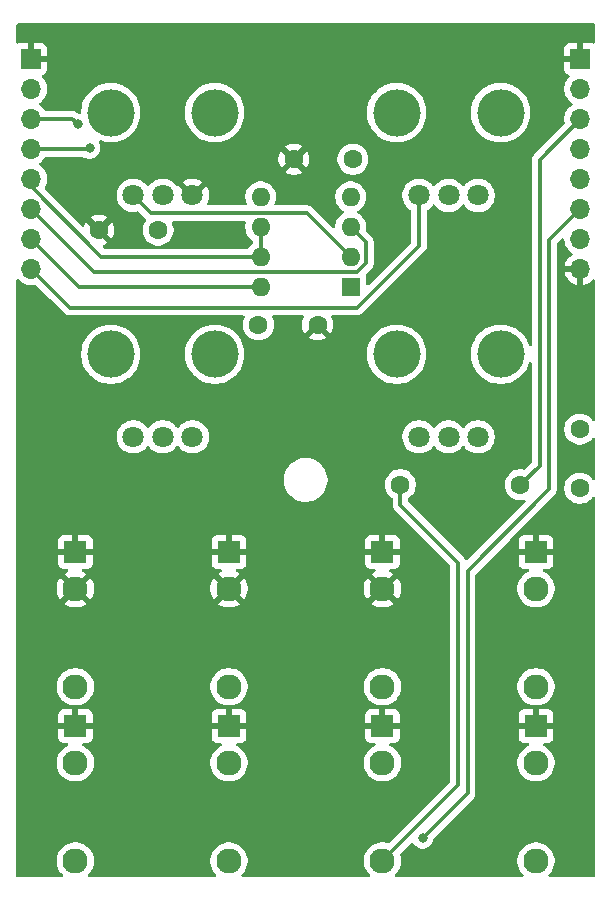
<source format=gbl>
G04 #@! TF.GenerationSoftware,KiCad,Pcbnew,9.0.4-9.0.4-0~ubuntu22.04.1*
G04 #@! TF.CreationDate,2025-10-19T11:48:27+01:00*
G04 #@! TF.ProjectId,CD40106_VCO,43443430-3130-4365-9f56-434f2e6b6963,rev?*
G04 #@! TF.SameCoordinates,Original*
G04 #@! TF.FileFunction,Copper,L2,Bot*
G04 #@! TF.FilePolarity,Positive*
%FSLAX46Y46*%
G04 Gerber Fmt 4.6, Leading zero omitted, Abs format (unit mm)*
G04 Created by KiCad (PCBNEW 9.0.4-9.0.4-0~ubuntu22.04.1) date 2025-10-19 11:48:27*
%MOMM*%
%LPD*%
G01*
G04 APERTURE LIST*
G04 #@! TA.AperFunction,ComponentPad*
%ADD10R,1.930000X1.830000*%
G04 #@! TD*
G04 #@! TA.AperFunction,ComponentPad*
%ADD11C,2.130000*%
G04 #@! TD*
G04 #@! TA.AperFunction,WasherPad*
%ADD12C,4.000000*%
G04 #@! TD*
G04 #@! TA.AperFunction,ComponentPad*
%ADD13C,1.800000*%
G04 #@! TD*
G04 #@! TA.AperFunction,ComponentPad*
%ADD14C,1.600000*%
G04 #@! TD*
G04 #@! TA.AperFunction,ComponentPad*
%ADD15R,1.600000X1.600000*%
G04 #@! TD*
G04 #@! TA.AperFunction,ComponentPad*
%ADD16O,1.600000X1.600000*%
G04 #@! TD*
G04 #@! TA.AperFunction,ComponentPad*
%ADD17R,1.700000X1.700000*%
G04 #@! TD*
G04 #@! TA.AperFunction,ComponentPad*
%ADD18O,1.700000X1.700000*%
G04 #@! TD*
G04 #@! TA.AperFunction,ViaPad*
%ADD19C,0.800000*%
G04 #@! TD*
G04 #@! TA.AperFunction,Conductor*
%ADD20C,0.300000*%
G04 #@! TD*
G04 APERTURE END LIST*
D10*
X127500000Y-133250000D03*
D11*
X127500000Y-144650000D03*
X127500000Y-136350000D03*
D12*
X141700000Y-101750000D03*
X150500000Y-101750000D03*
D13*
X143600000Y-108750000D03*
X146100000Y-108750000D03*
X148600000Y-108750000D03*
D14*
X116500000Y-91250000D03*
X121500000Y-91250000D03*
D12*
X141700000Y-81300000D03*
X150500000Y-81300000D03*
D13*
X143600000Y-88300000D03*
X146100000Y-88300000D03*
X148600000Y-88300000D03*
D10*
X153500000Y-133250000D03*
D11*
X153500000Y-144650000D03*
X153500000Y-136350000D03*
D14*
X130000000Y-99250000D03*
X135000000Y-99250000D03*
X133000000Y-85250000D03*
X138000000Y-85250000D03*
D12*
X117500000Y-81300000D03*
X126300000Y-81300000D03*
D13*
X119400000Y-88300000D03*
X121900000Y-88300000D03*
X124400000Y-88300000D03*
D15*
X137800000Y-96050000D03*
D16*
X137800000Y-93510000D03*
X137800000Y-90970000D03*
X137800000Y-88430000D03*
X130180000Y-88430000D03*
X130180000Y-90970000D03*
X130180000Y-93510000D03*
X130180000Y-96050000D03*
D14*
X157200000Y-113100000D03*
X157200000Y-108100000D03*
X142020000Y-112800000D03*
X152180000Y-112800000D03*
D12*
X117500000Y-101750000D03*
X126300000Y-101750000D03*
D13*
X119400000Y-108750000D03*
X121900000Y-108750000D03*
X124400000Y-108750000D03*
D10*
X140500000Y-118500000D03*
D11*
X140500000Y-129900000D03*
X140500000Y-121600000D03*
D10*
X127500000Y-118500000D03*
D11*
X127500000Y-129900000D03*
X127500000Y-121600000D03*
D10*
X140500000Y-133250000D03*
D11*
X140500000Y-144650000D03*
X140500000Y-136350000D03*
D10*
X114500000Y-133250000D03*
D11*
X114500000Y-144650000D03*
X114500000Y-136350000D03*
D10*
X153500000Y-118500000D03*
D11*
X153500000Y-129900000D03*
X153500000Y-121600000D03*
D10*
X114500000Y-118500000D03*
D11*
X114500000Y-129900000D03*
X114500000Y-121600000D03*
D17*
X157250000Y-76750000D03*
D18*
X157250000Y-79290000D03*
X157250000Y-81830000D03*
X157250000Y-84370000D03*
X157250000Y-86910000D03*
X157250000Y-89450000D03*
X157250000Y-91990000D03*
X157250000Y-94530000D03*
D17*
X110750000Y-76750000D03*
D18*
X110750000Y-79290000D03*
X110750000Y-81830000D03*
X110750000Y-84370000D03*
X110750000Y-86910000D03*
X110750000Y-89450000D03*
X110750000Y-91990000D03*
X110750000Y-94530000D03*
D19*
X139400000Y-113800000D03*
X149700000Y-126900000D03*
X149700000Y-127800000D03*
X124800000Y-113400000D03*
X149700000Y-125100000D03*
X134800000Y-139800000D03*
X149800000Y-140000000D03*
X123800000Y-113400000D03*
X124800000Y-112500000D03*
X123800000Y-112500000D03*
X155900000Y-119200000D03*
X149700000Y-126000000D03*
X134000000Y-140200000D03*
X150200000Y-114300000D03*
X157500000Y-101100000D03*
X155900000Y-118300000D03*
X157500000Y-100000000D03*
X140300000Y-113800000D03*
X140300000Y-112900000D03*
X149700000Y-128700000D03*
X149600000Y-115200000D03*
X149800000Y-141000000D03*
X149800000Y-139100000D03*
X134000000Y-139300000D03*
X139400000Y-112900000D03*
X133200000Y-139800000D03*
X143900000Y-142700000D03*
X114700000Y-82300000D03*
X115700000Y-84300000D03*
D20*
X114810000Y-96050000D02*
X130180000Y-96050000D01*
X110750000Y-91990000D02*
X114810000Y-96050000D01*
X114020000Y-97800000D02*
X110750000Y-94530000D01*
X143600000Y-92550000D02*
X138350000Y-97800000D01*
X138350000Y-97800000D02*
X114020000Y-97800000D01*
X143600000Y-88300000D02*
X143600000Y-92550000D01*
X157250000Y-89450000D02*
X154600000Y-92100000D01*
X154600000Y-113200000D02*
X147700000Y-120100000D01*
X154600000Y-92100000D02*
X154600000Y-113200000D01*
X147700000Y-120100000D02*
X147700000Y-138900000D01*
X147700000Y-138900000D02*
X143900000Y-142700000D01*
X114230000Y-81830000D02*
X110750000Y-81830000D01*
X114700000Y-82300000D02*
X114230000Y-81830000D01*
X116710000Y-93510000D02*
X110750000Y-87550000D01*
X130180000Y-93510000D02*
X116710000Y-93510000D01*
X110750000Y-87550000D02*
X110750000Y-86910000D01*
X130180000Y-93510000D02*
X130180000Y-90970000D01*
X115630000Y-84370000D02*
X115700000Y-84300000D01*
X110750000Y-84370000D02*
X115630000Y-84370000D01*
X157250000Y-81830000D02*
X153800000Y-85280000D01*
X153800000Y-85280000D02*
X153800000Y-111180000D01*
X153800000Y-111180000D02*
X152180000Y-112800000D01*
X138350000Y-94800000D02*
X116100000Y-94800000D01*
X139100000Y-94050000D02*
X138350000Y-94800000D01*
X137800000Y-90970000D02*
X139100000Y-92270000D01*
X116100000Y-94800000D02*
X110750000Y-89450000D01*
X139100000Y-92270000D02*
X139100000Y-94050000D01*
X120920000Y-89820000D02*
X134110000Y-89820000D01*
X134110000Y-89820000D02*
X137800000Y-93510000D01*
X119400000Y-88300000D02*
X120920000Y-89820000D01*
X146900000Y-119400000D02*
X142020000Y-114520000D01*
X142020000Y-114520000D02*
X142020000Y-112800000D01*
X146900000Y-138250000D02*
X140500000Y-144650000D01*
X146900000Y-119400000D02*
X146900000Y-138250000D01*
G04 #@! TA.AperFunction,Conductor*
G36*
X158441621Y-73770502D02*
G01*
X158488114Y-73824158D01*
X158499500Y-73876500D01*
X158499500Y-75325346D01*
X158479498Y-75393467D01*
X158425842Y-75439960D01*
X158355568Y-75450064D01*
X158329468Y-75443402D01*
X158209094Y-75398505D01*
X158148597Y-75392000D01*
X157504000Y-75392000D01*
X157504000Y-76319297D01*
X157442993Y-76284075D01*
X157315826Y-76250000D01*
X157184174Y-76250000D01*
X157057007Y-76284075D01*
X156996000Y-76319297D01*
X156996000Y-75392000D01*
X156351402Y-75392000D01*
X156290906Y-75398505D01*
X156154035Y-75449555D01*
X156154034Y-75449555D01*
X156037095Y-75537095D01*
X155949555Y-75654034D01*
X155949555Y-75654035D01*
X155898505Y-75790906D01*
X155892000Y-75851402D01*
X155892000Y-76496000D01*
X156819297Y-76496000D01*
X156784075Y-76557007D01*
X156750000Y-76684174D01*
X156750000Y-76815826D01*
X156784075Y-76942993D01*
X156819297Y-77004000D01*
X155892000Y-77004000D01*
X155892000Y-77648597D01*
X155898505Y-77709093D01*
X155949555Y-77845964D01*
X155949555Y-77845965D01*
X156037095Y-77962904D01*
X156154034Y-78050444D01*
X156272096Y-78094478D01*
X156328932Y-78137024D01*
X156353743Y-78203545D01*
X156338652Y-78272919D01*
X156317160Y-78301629D01*
X156213794Y-78404995D01*
X156088108Y-78577987D01*
X155991029Y-78768515D01*
X155991026Y-78768521D01*
X155924952Y-78971878D01*
X155924951Y-78971883D01*
X155924951Y-78971884D01*
X155891500Y-79183084D01*
X155891500Y-79396916D01*
X155924951Y-79608116D01*
X155924952Y-79608121D01*
X155930708Y-79625836D01*
X155991028Y-79811483D01*
X156088106Y-80002009D01*
X156213794Y-80175004D01*
X156213796Y-80175006D01*
X156213798Y-80175009D01*
X156364990Y-80326201D01*
X156364993Y-80326203D01*
X156364996Y-80326206D01*
X156537991Y-80451894D01*
X156537996Y-80451896D01*
X156539088Y-80452566D01*
X156539418Y-80452931D01*
X156541996Y-80454804D01*
X156541602Y-80455345D01*
X156586721Y-80505213D01*
X156598328Y-80575255D01*
X156570226Y-80640453D01*
X156541870Y-80665023D01*
X156541996Y-80665196D01*
X156539982Y-80666658D01*
X156539088Y-80667434D01*
X156537987Y-80668108D01*
X156364993Y-80793796D01*
X156364990Y-80793798D01*
X156213798Y-80944990D01*
X156213796Y-80944993D01*
X156088108Y-81117987D01*
X155991029Y-81308515D01*
X155991026Y-81308521D01*
X155924952Y-81511878D01*
X155924951Y-81511883D01*
X155924951Y-81511884D01*
X155891500Y-81723084D01*
X155891500Y-81936916D01*
X155924951Y-82148116D01*
X155924952Y-82148120D01*
X155925255Y-82150031D01*
X155916155Y-82220442D01*
X155889901Y-82258837D01*
X153288511Y-84860228D01*
X153288506Y-84860235D01*
X153232808Y-84943591D01*
X153232809Y-84943592D01*
X153216446Y-84968081D01*
X153166807Y-85087919D01*
X153166806Y-85087922D01*
X153141500Y-85215139D01*
X153141500Y-100962295D01*
X153121498Y-101030416D01*
X153067842Y-101076909D01*
X152997568Y-101087013D01*
X152932988Y-101057519D01*
X152896571Y-101003910D01*
X152821210Y-100788543D01*
X152821209Y-100788542D01*
X152821204Y-100788526D01*
X152698958Y-100534679D01*
X152698957Y-100534678D01*
X152698956Y-100534675D01*
X152549057Y-100296114D01*
X152373395Y-100075839D01*
X152174160Y-99876604D01*
X151953885Y-99700942D01*
X151715324Y-99551043D01*
X151461483Y-99428800D01*
X151461478Y-99428798D01*
X151461474Y-99428796D01*
X151461468Y-99428793D01*
X151461456Y-99428789D01*
X151195542Y-99335741D01*
X150920854Y-99273045D01*
X150920857Y-99273045D01*
X150640876Y-99241500D01*
X150640874Y-99241500D01*
X150359126Y-99241500D01*
X150359124Y-99241500D01*
X150079144Y-99273045D01*
X149804457Y-99335741D01*
X149538543Y-99428789D01*
X149538516Y-99428800D01*
X149284675Y-99551043D01*
X149046114Y-99700942D01*
X148825839Y-99876604D01*
X148626604Y-100075839D01*
X148450942Y-100296114D01*
X148301043Y-100534675D01*
X148178800Y-100788516D01*
X148178789Y-100788543D01*
X148085741Y-101054457D01*
X148023045Y-101329144D01*
X147991500Y-101609124D01*
X147991500Y-101890875D01*
X148023045Y-102170855D01*
X148085741Y-102445542D01*
X148178789Y-102711456D01*
X148178800Y-102711483D01*
X148301043Y-102965324D01*
X148450942Y-103203885D01*
X148626604Y-103424160D01*
X148825839Y-103623395D01*
X149046114Y-103799057D01*
X149284675Y-103948956D01*
X149284678Y-103948957D01*
X149284679Y-103948958D01*
X149538526Y-104071204D01*
X149538542Y-104071209D01*
X149538543Y-104071210D01*
X149804457Y-104164258D01*
X149804460Y-104164258D01*
X149804464Y-104164260D01*
X150079144Y-104226954D01*
X150079145Y-104226954D01*
X150079148Y-104226955D01*
X150244271Y-104245559D01*
X150359124Y-104258500D01*
X150359126Y-104258500D01*
X150640876Y-104258500D01*
X150711977Y-104250488D01*
X150920852Y-104226955D01*
X151195536Y-104164260D01*
X151461474Y-104071204D01*
X151715321Y-103948958D01*
X151953884Y-103799058D01*
X151997940Y-103763924D01*
X152174160Y-103623395D01*
X152373395Y-103424160D01*
X152549057Y-103203885D01*
X152698956Y-102965324D01*
X152698955Y-102965324D01*
X152698958Y-102965321D01*
X152821204Y-102711474D01*
X152896571Y-102496089D01*
X152937949Y-102438397D01*
X153003949Y-102412235D01*
X153073617Y-102425908D01*
X153124833Y-102475075D01*
X153141500Y-102537704D01*
X153141500Y-110855048D01*
X153121498Y-110923169D01*
X153104595Y-110944144D01*
X152565135Y-111483603D01*
X152502823Y-111517628D01*
X152456329Y-111518955D01*
X152282981Y-111491500D01*
X152077019Y-111491500D01*
X151873592Y-111523720D01*
X151873590Y-111523720D01*
X151873587Y-111523721D01*
X151677714Y-111587364D01*
X151677708Y-111587367D01*
X151494193Y-111680873D01*
X151327567Y-111801934D01*
X151327564Y-111801936D01*
X151181936Y-111947564D01*
X151181934Y-111947567D01*
X151060873Y-112114193D01*
X150967367Y-112297708D01*
X150967364Y-112297714D01*
X150903721Y-112493587D01*
X150903720Y-112493590D01*
X150903720Y-112493592D01*
X150871500Y-112697019D01*
X150871500Y-112902981D01*
X150886395Y-112997022D01*
X150903721Y-113106412D01*
X150955204Y-113264861D01*
X150967366Y-113302290D01*
X151060871Y-113485803D01*
X151181932Y-113652430D01*
X151181934Y-113652432D01*
X151181936Y-113652435D01*
X151327564Y-113798063D01*
X151327567Y-113798065D01*
X151327570Y-113798068D01*
X151494197Y-113919129D01*
X151677710Y-114012634D01*
X151873592Y-114076280D01*
X152077019Y-114108500D01*
X152077022Y-114108500D01*
X152282978Y-114108500D01*
X152282981Y-114108500D01*
X152467046Y-114079346D01*
X152537454Y-114088445D01*
X152591768Y-114134167D01*
X152612741Y-114201995D01*
X152593714Y-114270395D01*
X152575849Y-114292890D01*
X147703914Y-119164824D01*
X147641602Y-119198850D01*
X147570787Y-119193785D01*
X147513951Y-119151238D01*
X147498410Y-119123947D01*
X147492633Y-119110000D01*
X147483555Y-119088083D01*
X147411491Y-118980231D01*
X142715405Y-114284145D01*
X142700460Y-114256776D01*
X142683604Y-114230548D01*
X142682698Y-114224249D01*
X142681379Y-114221833D01*
X142678500Y-114195050D01*
X142678500Y-114003165D01*
X142698502Y-113935044D01*
X142730436Y-113901232D01*
X142872430Y-113798068D01*
X143018068Y-113652430D01*
X143139129Y-113485803D01*
X143232634Y-113302290D01*
X143296280Y-113106408D01*
X143328500Y-112902981D01*
X143328500Y-112697019D01*
X143296280Y-112493592D01*
X143232634Y-112297710D01*
X143139129Y-112114197D01*
X143018068Y-111947570D01*
X143018065Y-111947567D01*
X143018063Y-111947564D01*
X142872435Y-111801936D01*
X142872432Y-111801934D01*
X142872430Y-111801932D01*
X142705803Y-111680871D01*
X142522290Y-111587366D01*
X142522287Y-111587365D01*
X142522285Y-111587364D01*
X142326412Y-111523721D01*
X142326410Y-111523720D01*
X142326408Y-111523720D01*
X142122981Y-111491500D01*
X141917019Y-111491500D01*
X141713592Y-111523720D01*
X141713590Y-111523720D01*
X141713587Y-111523721D01*
X141517714Y-111587364D01*
X141517708Y-111587367D01*
X141334193Y-111680873D01*
X141167567Y-111801934D01*
X141167564Y-111801936D01*
X141021936Y-111947564D01*
X141021934Y-111947567D01*
X140900873Y-112114193D01*
X140807367Y-112297708D01*
X140807364Y-112297714D01*
X140743721Y-112493587D01*
X140743720Y-112493590D01*
X140743720Y-112493592D01*
X140711500Y-112697019D01*
X140711500Y-112902981D01*
X140726395Y-112997022D01*
X140743721Y-113106412D01*
X140795204Y-113264861D01*
X140807366Y-113302290D01*
X140900871Y-113485803D01*
X141021932Y-113652430D01*
X141021934Y-113652432D01*
X141021936Y-113652435D01*
X141167564Y-113798063D01*
X141167567Y-113798065D01*
X141167570Y-113798068D01*
X141309562Y-113901230D01*
X141352915Y-113957451D01*
X141361500Y-114003165D01*
X141361500Y-114584860D01*
X141386806Y-114712077D01*
X141436445Y-114831917D01*
X141508509Y-114939769D01*
X141508513Y-114939773D01*
X146204595Y-119635855D01*
X146238621Y-119698167D01*
X146241500Y-119724950D01*
X146241500Y-137925049D01*
X146221498Y-137993170D01*
X146204595Y-138014144D01*
X141100454Y-143118284D01*
X141038142Y-143152310D01*
X140972424Y-143149022D01*
X140868470Y-143115246D01*
X140868467Y-143115245D01*
X140868463Y-143115244D01*
X140868462Y-143115244D01*
X140623837Y-143076500D01*
X140376163Y-143076500D01*
X140131538Y-143115244D01*
X140131536Y-143115244D01*
X140131533Y-143115245D01*
X139895988Y-143191778D01*
X139675302Y-143304224D01*
X139474930Y-143449803D01*
X139474927Y-143449805D01*
X139299805Y-143624927D01*
X139299803Y-143624930D01*
X139154224Y-143825302D01*
X139041778Y-144045988D01*
X138965245Y-144281533D01*
X138926500Y-144526165D01*
X138926500Y-144773834D01*
X138965245Y-145018466D01*
X139041778Y-145254011D01*
X139041779Y-145254014D01*
X139041780Y-145254015D01*
X139154222Y-145474694D01*
X139299801Y-145675067D01*
X139299803Y-145675069D01*
X139299805Y-145675072D01*
X139409138Y-145784405D01*
X139443164Y-145846717D01*
X139438099Y-145917532D01*
X139395552Y-145974368D01*
X139329032Y-145999179D01*
X139320043Y-145999500D01*
X128679957Y-145999500D01*
X128611836Y-145979498D01*
X128565343Y-145925842D01*
X128555239Y-145855568D01*
X128584733Y-145790988D01*
X128590862Y-145784405D01*
X128700194Y-145675072D01*
X128700199Y-145675067D01*
X128845778Y-145474694D01*
X128958220Y-145254015D01*
X129034756Y-145018462D01*
X129073500Y-144773837D01*
X129073500Y-144526163D01*
X129034756Y-144281538D01*
X128958220Y-144045985D01*
X128845778Y-143825306D01*
X128700199Y-143624933D01*
X128700196Y-143624930D01*
X128700194Y-143624927D01*
X128525072Y-143449805D01*
X128525069Y-143449803D01*
X128525067Y-143449801D01*
X128324694Y-143304222D01*
X128104015Y-143191780D01*
X128104014Y-143191779D01*
X128104011Y-143191778D01*
X127868466Y-143115245D01*
X127868464Y-143115244D01*
X127868462Y-143115244D01*
X127623837Y-143076500D01*
X127376163Y-143076500D01*
X127131538Y-143115244D01*
X127131536Y-143115244D01*
X127131533Y-143115245D01*
X126895988Y-143191778D01*
X126675302Y-143304224D01*
X126474930Y-143449803D01*
X126474927Y-143449805D01*
X126299805Y-143624927D01*
X126299803Y-143624930D01*
X126154224Y-143825302D01*
X126041778Y-144045988D01*
X125965245Y-144281533D01*
X125926500Y-144526165D01*
X125926500Y-144773834D01*
X125965245Y-145018466D01*
X126041778Y-145254011D01*
X126041779Y-145254014D01*
X126041780Y-145254015D01*
X126154222Y-145474694D01*
X126299801Y-145675067D01*
X126299803Y-145675069D01*
X126299805Y-145675072D01*
X126409138Y-145784405D01*
X126443164Y-145846717D01*
X126438099Y-145917532D01*
X126395552Y-145974368D01*
X126329032Y-145999179D01*
X126320043Y-145999500D01*
X115679957Y-145999500D01*
X115611836Y-145979498D01*
X115565343Y-145925842D01*
X115555239Y-145855568D01*
X115584733Y-145790988D01*
X115590862Y-145784405D01*
X115700194Y-145675072D01*
X115700199Y-145675067D01*
X115845778Y-145474694D01*
X115958220Y-145254015D01*
X116034756Y-145018462D01*
X116073500Y-144773837D01*
X116073500Y-144526163D01*
X116034756Y-144281538D01*
X115958220Y-144045985D01*
X115845778Y-143825306D01*
X115700199Y-143624933D01*
X115700196Y-143624930D01*
X115700194Y-143624927D01*
X115525072Y-143449805D01*
X115525069Y-143449803D01*
X115525067Y-143449801D01*
X115324694Y-143304222D01*
X115104015Y-143191780D01*
X115104014Y-143191779D01*
X115104011Y-143191778D01*
X114868466Y-143115245D01*
X114868464Y-143115244D01*
X114868462Y-143115244D01*
X114623837Y-143076500D01*
X114376163Y-143076500D01*
X114131538Y-143115244D01*
X114131536Y-143115244D01*
X114131533Y-143115245D01*
X113895988Y-143191778D01*
X113675302Y-143304224D01*
X113474930Y-143449803D01*
X113474927Y-143449805D01*
X113299805Y-143624927D01*
X113299803Y-143624930D01*
X113154224Y-143825302D01*
X113041778Y-144045988D01*
X112965245Y-144281533D01*
X112926500Y-144526165D01*
X112926500Y-144773834D01*
X112965245Y-145018466D01*
X113041778Y-145254011D01*
X113041779Y-145254014D01*
X113041780Y-145254015D01*
X113154222Y-145474694D01*
X113299801Y-145675067D01*
X113299803Y-145675069D01*
X113299805Y-145675072D01*
X113409138Y-145784405D01*
X113443164Y-145846717D01*
X113438099Y-145917532D01*
X113395552Y-145974368D01*
X113329032Y-145999179D01*
X113320043Y-145999500D01*
X109626501Y-145999500D01*
X109558380Y-145979498D01*
X109511887Y-145925842D01*
X109500501Y-145873500D01*
X109500501Y-136226165D01*
X112926500Y-136226165D01*
X112926500Y-136473834D01*
X112965245Y-136718466D01*
X113041778Y-136954011D01*
X113041779Y-136954014D01*
X113041780Y-136954015D01*
X113154222Y-137174694D01*
X113299801Y-137375067D01*
X113299803Y-137375069D01*
X113299805Y-137375072D01*
X113474927Y-137550194D01*
X113474930Y-137550196D01*
X113474933Y-137550199D01*
X113675306Y-137695778D01*
X113895985Y-137808220D01*
X114131538Y-137884756D01*
X114376163Y-137923500D01*
X114376165Y-137923500D01*
X114623835Y-137923500D01*
X114623837Y-137923500D01*
X114868462Y-137884756D01*
X115104015Y-137808220D01*
X115324694Y-137695778D01*
X115525067Y-137550199D01*
X115700199Y-137375067D01*
X115845778Y-137174694D01*
X115958220Y-136954015D01*
X116034756Y-136718462D01*
X116073500Y-136473837D01*
X116073500Y-136226165D01*
X125926500Y-136226165D01*
X125926500Y-136473834D01*
X125965245Y-136718466D01*
X126041778Y-136954011D01*
X126041779Y-136954014D01*
X126041780Y-136954015D01*
X126154222Y-137174694D01*
X126299801Y-137375067D01*
X126299803Y-137375069D01*
X126299805Y-137375072D01*
X126474927Y-137550194D01*
X126474930Y-137550196D01*
X126474933Y-137550199D01*
X126675306Y-137695778D01*
X126895985Y-137808220D01*
X127131538Y-137884756D01*
X127376163Y-137923500D01*
X127376165Y-137923500D01*
X127623835Y-137923500D01*
X127623837Y-137923500D01*
X127868462Y-137884756D01*
X128104015Y-137808220D01*
X128324694Y-137695778D01*
X128525067Y-137550199D01*
X128700199Y-137375067D01*
X128845778Y-137174694D01*
X128958220Y-136954015D01*
X129034756Y-136718462D01*
X129073500Y-136473837D01*
X129073500Y-136226165D01*
X138926500Y-136226165D01*
X138926500Y-136473834D01*
X138965245Y-136718466D01*
X139041778Y-136954011D01*
X139041779Y-136954014D01*
X139041780Y-136954015D01*
X139154222Y-137174694D01*
X139299801Y-137375067D01*
X139299803Y-137375069D01*
X139299805Y-137375072D01*
X139474927Y-137550194D01*
X139474930Y-137550196D01*
X139474933Y-137550199D01*
X139675306Y-137695778D01*
X139895985Y-137808220D01*
X140131538Y-137884756D01*
X140376163Y-137923500D01*
X140376165Y-137923500D01*
X140623835Y-137923500D01*
X140623837Y-137923500D01*
X140868462Y-137884756D01*
X141104015Y-137808220D01*
X141324694Y-137695778D01*
X141525067Y-137550199D01*
X141700199Y-137375067D01*
X141845778Y-137174694D01*
X141958220Y-136954015D01*
X142034756Y-136718462D01*
X142073500Y-136473837D01*
X142073500Y-136226163D01*
X142034756Y-135981538D01*
X141958220Y-135745985D01*
X141845778Y-135525306D01*
X141700199Y-135324933D01*
X141700196Y-135324930D01*
X141700194Y-135324927D01*
X141525072Y-135149805D01*
X141525069Y-135149803D01*
X141525067Y-135149801D01*
X141324694Y-135004222D01*
X141142257Y-134911265D01*
X141090644Y-134862519D01*
X141073578Y-134793604D01*
X141096479Y-134726402D01*
X141152076Y-134682250D01*
X141199462Y-134673000D01*
X141513585Y-134673000D01*
X141513597Y-134672999D01*
X141574093Y-134666494D01*
X141710964Y-134615444D01*
X141710965Y-134615444D01*
X141827904Y-134527904D01*
X141915444Y-134410965D01*
X141915444Y-134410964D01*
X141966494Y-134274093D01*
X141972999Y-134213597D01*
X141973000Y-134213585D01*
X141973000Y-133504000D01*
X141055049Y-133504000D01*
X141086558Y-133427931D01*
X141110000Y-133310080D01*
X141110000Y-133189920D01*
X141086558Y-133072069D01*
X141055049Y-132996000D01*
X141973000Y-132996000D01*
X141973000Y-132286414D01*
X141972999Y-132286402D01*
X141966494Y-132225906D01*
X141915444Y-132089035D01*
X141915444Y-132089034D01*
X141827904Y-131972095D01*
X141710965Y-131884555D01*
X141574093Y-131833505D01*
X141513597Y-131827000D01*
X140754000Y-131827000D01*
X140754000Y-132694950D01*
X140677931Y-132663442D01*
X140560080Y-132640000D01*
X140439920Y-132640000D01*
X140322069Y-132663442D01*
X140246000Y-132694950D01*
X140246000Y-131827000D01*
X139486402Y-131827000D01*
X139425906Y-131833505D01*
X139289035Y-131884555D01*
X139289034Y-131884555D01*
X139172095Y-131972095D01*
X139084555Y-132089034D01*
X139084555Y-132089035D01*
X139033505Y-132225906D01*
X139027000Y-132286402D01*
X139027000Y-132996000D01*
X139944951Y-132996000D01*
X139913442Y-133072069D01*
X139890000Y-133189920D01*
X139890000Y-133310080D01*
X139913442Y-133427931D01*
X139944951Y-133504000D01*
X139027000Y-133504000D01*
X139027000Y-134213597D01*
X139033505Y-134274093D01*
X139084555Y-134410964D01*
X139084555Y-134410965D01*
X139172095Y-134527904D01*
X139289034Y-134615444D01*
X139425906Y-134666494D01*
X139486402Y-134672999D01*
X139486415Y-134673000D01*
X139800538Y-134673000D01*
X139868659Y-134693002D01*
X139915152Y-134746658D01*
X139925256Y-134816932D01*
X139895762Y-134881512D01*
X139857743Y-134911265D01*
X139685652Y-134998950D01*
X139675302Y-135004224D01*
X139474930Y-135149803D01*
X139474927Y-135149805D01*
X139299805Y-135324927D01*
X139299803Y-135324930D01*
X139154224Y-135525302D01*
X139041778Y-135745988D01*
X138965245Y-135981533D01*
X138926500Y-136226165D01*
X129073500Y-136226165D01*
X129073500Y-136226163D01*
X129034756Y-135981538D01*
X128958220Y-135745985D01*
X128845778Y-135525306D01*
X128700199Y-135324933D01*
X128700196Y-135324930D01*
X128700194Y-135324927D01*
X128525072Y-135149805D01*
X128525069Y-135149803D01*
X128525067Y-135149801D01*
X128324694Y-135004222D01*
X128142257Y-134911265D01*
X128090644Y-134862519D01*
X128073578Y-134793604D01*
X128096479Y-134726402D01*
X128152076Y-134682250D01*
X128199462Y-134673000D01*
X128513585Y-134673000D01*
X128513597Y-134672999D01*
X128574093Y-134666494D01*
X128710964Y-134615444D01*
X128710965Y-134615444D01*
X128827904Y-134527904D01*
X128915444Y-134410965D01*
X128915444Y-134410964D01*
X128966494Y-134274093D01*
X128972999Y-134213597D01*
X128973000Y-134213585D01*
X128973000Y-133504000D01*
X128055049Y-133504000D01*
X128086558Y-133427931D01*
X128110000Y-133310080D01*
X128110000Y-133189920D01*
X128086558Y-133072069D01*
X128055049Y-132996000D01*
X128973000Y-132996000D01*
X128973000Y-132286414D01*
X128972999Y-132286402D01*
X128966494Y-132225906D01*
X128915444Y-132089035D01*
X128915444Y-132089034D01*
X128827904Y-131972095D01*
X128710965Y-131884555D01*
X128574093Y-131833505D01*
X128513597Y-131827000D01*
X127754000Y-131827000D01*
X127754000Y-132694950D01*
X127677931Y-132663442D01*
X127560080Y-132640000D01*
X127439920Y-132640000D01*
X127322069Y-132663442D01*
X127246000Y-132694950D01*
X127246000Y-131827000D01*
X126486402Y-131827000D01*
X126425906Y-131833505D01*
X126289035Y-131884555D01*
X126289034Y-131884555D01*
X126172095Y-131972095D01*
X126084555Y-132089034D01*
X126084555Y-132089035D01*
X126033505Y-132225906D01*
X126027000Y-132286402D01*
X126027000Y-132996000D01*
X126944951Y-132996000D01*
X126913442Y-133072069D01*
X126890000Y-133189920D01*
X126890000Y-133310080D01*
X126913442Y-133427931D01*
X126944951Y-133504000D01*
X126027000Y-133504000D01*
X126027000Y-134213597D01*
X126033505Y-134274093D01*
X126084555Y-134410964D01*
X126084555Y-134410965D01*
X126172095Y-134527904D01*
X126289034Y-134615444D01*
X126425906Y-134666494D01*
X126486402Y-134672999D01*
X126486415Y-134673000D01*
X126800538Y-134673000D01*
X126868659Y-134693002D01*
X126915152Y-134746658D01*
X126925256Y-134816932D01*
X126895762Y-134881512D01*
X126857743Y-134911265D01*
X126685652Y-134998950D01*
X126675302Y-135004224D01*
X126474930Y-135149803D01*
X126474927Y-135149805D01*
X126299805Y-135324927D01*
X126299803Y-135324930D01*
X126154224Y-135525302D01*
X126041778Y-135745988D01*
X125965245Y-135981533D01*
X125926500Y-136226165D01*
X116073500Y-136226165D01*
X116073500Y-136226163D01*
X116034756Y-135981538D01*
X115958220Y-135745985D01*
X115845778Y-135525306D01*
X115700199Y-135324933D01*
X115700196Y-135324930D01*
X115700194Y-135324927D01*
X115525072Y-135149805D01*
X115525069Y-135149803D01*
X115525067Y-135149801D01*
X115324694Y-135004222D01*
X115142257Y-134911265D01*
X115090644Y-134862519D01*
X115073578Y-134793604D01*
X115096479Y-134726402D01*
X115152076Y-134682250D01*
X115199462Y-134673000D01*
X115513585Y-134673000D01*
X115513597Y-134672999D01*
X115574093Y-134666494D01*
X115710964Y-134615444D01*
X115710965Y-134615444D01*
X115827904Y-134527904D01*
X115915444Y-134410965D01*
X115915444Y-134410964D01*
X115966494Y-134274093D01*
X115972999Y-134213597D01*
X115973000Y-134213585D01*
X115973000Y-133504000D01*
X115055049Y-133504000D01*
X115086558Y-133427931D01*
X115110000Y-133310080D01*
X115110000Y-133189920D01*
X115086558Y-133072069D01*
X115055049Y-132996000D01*
X115973000Y-132996000D01*
X115973000Y-132286414D01*
X115972999Y-132286402D01*
X115966494Y-132225906D01*
X115915444Y-132089035D01*
X115915444Y-132089034D01*
X115827904Y-131972095D01*
X115710965Y-131884555D01*
X115574093Y-131833505D01*
X115513597Y-131827000D01*
X114754000Y-131827000D01*
X114754000Y-132694950D01*
X114677931Y-132663442D01*
X114560080Y-132640000D01*
X114439920Y-132640000D01*
X114322069Y-132663442D01*
X114246000Y-132694950D01*
X114246000Y-131827000D01*
X113486402Y-131827000D01*
X113425906Y-131833505D01*
X113289035Y-131884555D01*
X113289034Y-131884555D01*
X113172095Y-131972095D01*
X113084555Y-132089034D01*
X113084555Y-132089035D01*
X113033505Y-132225906D01*
X113027000Y-132286402D01*
X113027000Y-132996000D01*
X113944951Y-132996000D01*
X113913442Y-133072069D01*
X113890000Y-133189920D01*
X113890000Y-133310080D01*
X113913442Y-133427931D01*
X113944951Y-133504000D01*
X113027000Y-133504000D01*
X113027000Y-134213597D01*
X113033505Y-134274093D01*
X113084555Y-134410964D01*
X113084555Y-134410965D01*
X113172095Y-134527904D01*
X113289034Y-134615444D01*
X113425906Y-134666494D01*
X113486402Y-134672999D01*
X113486415Y-134673000D01*
X113800538Y-134673000D01*
X113868659Y-134693002D01*
X113915152Y-134746658D01*
X113925256Y-134816932D01*
X113895762Y-134881512D01*
X113857743Y-134911265D01*
X113685652Y-134998950D01*
X113675302Y-135004224D01*
X113474930Y-135149803D01*
X113474927Y-135149805D01*
X113299805Y-135324927D01*
X113299803Y-135324930D01*
X113154224Y-135525302D01*
X113041778Y-135745988D01*
X112965245Y-135981533D01*
X112926500Y-136226165D01*
X109500501Y-136226165D01*
X109500501Y-129776165D01*
X112926500Y-129776165D01*
X112926500Y-130023834D01*
X112965245Y-130268466D01*
X113041778Y-130504011D01*
X113041779Y-130504014D01*
X113041780Y-130504015D01*
X113154222Y-130724694D01*
X113299801Y-130925067D01*
X113299803Y-130925069D01*
X113299805Y-130925072D01*
X113474927Y-131100194D01*
X113474930Y-131100196D01*
X113474933Y-131100199D01*
X113675306Y-131245778D01*
X113895985Y-131358220D01*
X114131538Y-131434756D01*
X114376163Y-131473500D01*
X114376165Y-131473500D01*
X114623835Y-131473500D01*
X114623837Y-131473500D01*
X114868462Y-131434756D01*
X115104015Y-131358220D01*
X115324694Y-131245778D01*
X115525067Y-131100199D01*
X115700199Y-130925067D01*
X115845778Y-130724694D01*
X115958220Y-130504015D01*
X116034756Y-130268462D01*
X116073500Y-130023837D01*
X116073500Y-129776165D01*
X125926500Y-129776165D01*
X125926500Y-130023834D01*
X125965245Y-130268466D01*
X126041778Y-130504011D01*
X126041779Y-130504014D01*
X126041780Y-130504015D01*
X126154222Y-130724694D01*
X126299801Y-130925067D01*
X126299803Y-130925069D01*
X126299805Y-130925072D01*
X126474927Y-131100194D01*
X126474930Y-131100196D01*
X126474933Y-131100199D01*
X126675306Y-131245778D01*
X126895985Y-131358220D01*
X127131538Y-131434756D01*
X127376163Y-131473500D01*
X127376165Y-131473500D01*
X127623835Y-131473500D01*
X127623837Y-131473500D01*
X127868462Y-131434756D01*
X128104015Y-131358220D01*
X128324694Y-131245778D01*
X128525067Y-131100199D01*
X128700199Y-130925067D01*
X128845778Y-130724694D01*
X128958220Y-130504015D01*
X129034756Y-130268462D01*
X129073500Y-130023837D01*
X129073500Y-129776165D01*
X138926500Y-129776165D01*
X138926500Y-130023834D01*
X138965245Y-130268466D01*
X139041778Y-130504011D01*
X139041779Y-130504014D01*
X139041780Y-130504015D01*
X139154222Y-130724694D01*
X139299801Y-130925067D01*
X139299803Y-130925069D01*
X139299805Y-130925072D01*
X139474927Y-131100194D01*
X139474930Y-131100196D01*
X139474933Y-131100199D01*
X139675306Y-131245778D01*
X139895985Y-131358220D01*
X140131538Y-131434756D01*
X140376163Y-131473500D01*
X140376165Y-131473500D01*
X140623835Y-131473500D01*
X140623837Y-131473500D01*
X140868462Y-131434756D01*
X141104015Y-131358220D01*
X141324694Y-131245778D01*
X141525067Y-131100199D01*
X141700199Y-130925067D01*
X141845778Y-130724694D01*
X141958220Y-130504015D01*
X142034756Y-130268462D01*
X142073500Y-130023837D01*
X142073500Y-129776163D01*
X142034756Y-129531538D01*
X141958220Y-129295985D01*
X141845778Y-129075306D01*
X141700199Y-128874933D01*
X141700196Y-128874930D01*
X141700194Y-128874927D01*
X141525072Y-128699805D01*
X141525069Y-128699803D01*
X141525067Y-128699801D01*
X141324694Y-128554222D01*
X141104015Y-128441780D01*
X141104014Y-128441779D01*
X141104011Y-128441778D01*
X140868466Y-128365245D01*
X140868464Y-128365244D01*
X140868462Y-128365244D01*
X140623837Y-128326500D01*
X140376163Y-128326500D01*
X140131538Y-128365244D01*
X140131536Y-128365244D01*
X140131533Y-128365245D01*
X139895988Y-128441778D01*
X139675302Y-128554224D01*
X139474930Y-128699803D01*
X139474927Y-128699805D01*
X139299805Y-128874927D01*
X139299803Y-128874930D01*
X139154224Y-129075302D01*
X139041778Y-129295988D01*
X138965245Y-129531533D01*
X138926500Y-129776165D01*
X129073500Y-129776165D01*
X129073500Y-129776163D01*
X129034756Y-129531538D01*
X128958220Y-129295985D01*
X128845778Y-129075306D01*
X128700199Y-128874933D01*
X128700196Y-128874930D01*
X128700194Y-128874927D01*
X128525072Y-128699805D01*
X128525069Y-128699803D01*
X128525067Y-128699801D01*
X128324694Y-128554222D01*
X128104015Y-128441780D01*
X128104014Y-128441779D01*
X128104011Y-128441778D01*
X127868466Y-128365245D01*
X127868464Y-128365244D01*
X127868462Y-128365244D01*
X127623837Y-128326500D01*
X127376163Y-128326500D01*
X127131538Y-128365244D01*
X127131536Y-128365244D01*
X127131533Y-128365245D01*
X126895988Y-128441778D01*
X126675302Y-128554224D01*
X126474930Y-128699803D01*
X126474927Y-128699805D01*
X126299805Y-128874927D01*
X126299803Y-128874930D01*
X126154224Y-129075302D01*
X126041778Y-129295988D01*
X125965245Y-129531533D01*
X125926500Y-129776165D01*
X116073500Y-129776165D01*
X116073500Y-129776163D01*
X116034756Y-129531538D01*
X115958220Y-129295985D01*
X115845778Y-129075306D01*
X115700199Y-128874933D01*
X115700196Y-128874930D01*
X115700194Y-128874927D01*
X115525072Y-128699805D01*
X115525069Y-128699803D01*
X115525067Y-128699801D01*
X115324694Y-128554222D01*
X115104015Y-128441780D01*
X115104014Y-128441779D01*
X115104011Y-128441778D01*
X114868466Y-128365245D01*
X114868464Y-128365244D01*
X114868462Y-128365244D01*
X114623837Y-128326500D01*
X114376163Y-128326500D01*
X114131538Y-128365244D01*
X114131536Y-128365244D01*
X114131533Y-128365245D01*
X113895988Y-128441778D01*
X113675302Y-128554224D01*
X113474930Y-128699803D01*
X113474927Y-128699805D01*
X113299805Y-128874927D01*
X113299803Y-128874930D01*
X113154224Y-129075302D01*
X113041778Y-129295988D01*
X112965245Y-129531533D01*
X112926500Y-129776165D01*
X109500501Y-129776165D01*
X109500501Y-121476205D01*
X112927000Y-121476205D01*
X112927000Y-121723794D01*
X112965734Y-121968349D01*
X113042242Y-122203817D01*
X113042245Y-122203823D01*
X113154651Y-122424433D01*
X113222697Y-122518091D01*
X113222698Y-122518091D01*
X113851379Y-121889409D01*
X113870807Y-121936311D01*
X113948507Y-122052598D01*
X114047402Y-122151493D01*
X114163689Y-122229193D01*
X114210588Y-122248619D01*
X113581907Y-122877300D01*
X113581907Y-122877301D01*
X113675568Y-122945349D01*
X113675569Y-122945350D01*
X113896176Y-123057754D01*
X113896182Y-123057757D01*
X114131650Y-123134265D01*
X114376205Y-123173000D01*
X114623795Y-123173000D01*
X114868349Y-123134265D01*
X115103817Y-123057757D01*
X115103823Y-123057754D01*
X115324435Y-122945347D01*
X115418091Y-122877302D01*
X115418091Y-122877300D01*
X114789410Y-122248619D01*
X114836311Y-122229193D01*
X114952598Y-122151493D01*
X115051493Y-122052598D01*
X115129193Y-121936311D01*
X115148619Y-121889410D01*
X115777300Y-122518091D01*
X115777302Y-122518091D01*
X115845347Y-122424435D01*
X115957754Y-122203823D01*
X115957757Y-122203817D01*
X116034265Y-121968349D01*
X116073000Y-121723794D01*
X116073000Y-121476205D01*
X125927000Y-121476205D01*
X125927000Y-121723794D01*
X125965734Y-121968349D01*
X126042242Y-122203817D01*
X126042245Y-122203823D01*
X126154651Y-122424433D01*
X126222697Y-122518091D01*
X126222698Y-122518091D01*
X126851379Y-121889409D01*
X126870807Y-121936311D01*
X126948507Y-122052598D01*
X127047402Y-122151493D01*
X127163689Y-122229193D01*
X127210588Y-122248619D01*
X126581907Y-122877300D01*
X126581907Y-122877301D01*
X126675568Y-122945349D01*
X126675569Y-122945350D01*
X126896176Y-123057754D01*
X126896182Y-123057757D01*
X127131650Y-123134265D01*
X127376205Y-123173000D01*
X127623795Y-123173000D01*
X127868349Y-123134265D01*
X128103817Y-123057757D01*
X128103823Y-123057754D01*
X128324435Y-122945347D01*
X128418091Y-122877302D01*
X128418091Y-122877300D01*
X127789410Y-122248619D01*
X127836311Y-122229193D01*
X127952598Y-122151493D01*
X128051493Y-122052598D01*
X128129193Y-121936311D01*
X128148619Y-121889410D01*
X128777300Y-122518091D01*
X128777302Y-122518091D01*
X128845347Y-122424435D01*
X128957754Y-122203823D01*
X128957757Y-122203817D01*
X129034265Y-121968349D01*
X129073000Y-121723794D01*
X129073000Y-121476205D01*
X138927000Y-121476205D01*
X138927000Y-121723794D01*
X138965734Y-121968349D01*
X139042242Y-122203817D01*
X139042245Y-122203823D01*
X139154651Y-122424433D01*
X139222697Y-122518091D01*
X139222698Y-122518091D01*
X139851379Y-121889409D01*
X139870807Y-121936311D01*
X139948507Y-122052598D01*
X140047402Y-122151493D01*
X140163689Y-122229193D01*
X140210588Y-122248619D01*
X139581907Y-122877300D01*
X139581907Y-122877301D01*
X139675568Y-122945349D01*
X139675569Y-122945350D01*
X139896176Y-123057754D01*
X139896182Y-123057757D01*
X140131650Y-123134265D01*
X140376205Y-123173000D01*
X140623795Y-123173000D01*
X140868349Y-123134265D01*
X141103817Y-123057757D01*
X141103823Y-123057754D01*
X141324435Y-122945347D01*
X141418091Y-122877302D01*
X141418091Y-122877300D01*
X140789410Y-122248619D01*
X140836311Y-122229193D01*
X140952598Y-122151493D01*
X141051493Y-122052598D01*
X141129193Y-121936311D01*
X141148619Y-121889410D01*
X141777300Y-122518091D01*
X141777302Y-122518091D01*
X141845347Y-122424435D01*
X141957754Y-122203823D01*
X141957757Y-122203817D01*
X142034265Y-121968349D01*
X142073000Y-121723794D01*
X142073000Y-121476205D01*
X142034265Y-121231650D01*
X141957757Y-120996182D01*
X141957754Y-120996176D01*
X141845350Y-120775569D01*
X141845349Y-120775568D01*
X141777301Y-120681907D01*
X141777300Y-120681907D01*
X141148619Y-121310588D01*
X141129193Y-121263689D01*
X141051493Y-121147402D01*
X140952598Y-121048507D01*
X140836311Y-120970807D01*
X140789410Y-120951379D01*
X141418091Y-120322698D01*
X141418091Y-120322697D01*
X141324433Y-120254651D01*
X141141156Y-120161267D01*
X141089541Y-120112519D01*
X141072475Y-120043604D01*
X141095376Y-119976402D01*
X141150973Y-119932250D01*
X141198359Y-119923000D01*
X141513585Y-119923000D01*
X141513597Y-119922999D01*
X141574093Y-119916494D01*
X141710964Y-119865444D01*
X141710965Y-119865444D01*
X141827904Y-119777904D01*
X141915444Y-119660965D01*
X141915444Y-119660964D01*
X141966494Y-119524093D01*
X141972999Y-119463597D01*
X141973000Y-119463585D01*
X141973000Y-118754000D01*
X141055049Y-118754000D01*
X141086558Y-118677931D01*
X141110000Y-118560080D01*
X141110000Y-118439920D01*
X141086558Y-118322069D01*
X141055049Y-118246000D01*
X141973000Y-118246000D01*
X141973000Y-117536414D01*
X141972999Y-117536402D01*
X141966494Y-117475906D01*
X141915444Y-117339035D01*
X141915444Y-117339034D01*
X141827904Y-117222095D01*
X141710965Y-117134555D01*
X141574093Y-117083505D01*
X141513597Y-117077000D01*
X140754000Y-117077000D01*
X140754000Y-117944950D01*
X140677931Y-117913442D01*
X140560080Y-117890000D01*
X140439920Y-117890000D01*
X140322069Y-117913442D01*
X140246000Y-117944950D01*
X140246000Y-117077000D01*
X139486402Y-117077000D01*
X139425906Y-117083505D01*
X139289035Y-117134555D01*
X139289034Y-117134555D01*
X139172095Y-117222095D01*
X139084555Y-117339034D01*
X139084555Y-117339035D01*
X139033505Y-117475906D01*
X139027000Y-117536402D01*
X139027000Y-118246000D01*
X139944951Y-118246000D01*
X139913442Y-118322069D01*
X139890000Y-118439920D01*
X139890000Y-118560080D01*
X139913442Y-118677931D01*
X139944951Y-118754000D01*
X139027000Y-118754000D01*
X139027000Y-119463597D01*
X139033505Y-119524093D01*
X139084555Y-119660964D01*
X139084555Y-119660965D01*
X139172095Y-119777904D01*
X139289034Y-119865444D01*
X139425906Y-119916494D01*
X139486402Y-119922999D01*
X139486415Y-119923000D01*
X139801641Y-119923000D01*
X139869762Y-119943002D01*
X139916255Y-119996658D01*
X139926359Y-120066932D01*
X139896865Y-120131512D01*
X139858843Y-120161267D01*
X139675569Y-120254648D01*
X139581907Y-120322696D01*
X139581907Y-120322698D01*
X140210589Y-120951380D01*
X140163689Y-120970807D01*
X140047402Y-121048507D01*
X139948507Y-121147402D01*
X139870807Y-121263689D01*
X139851380Y-121310589D01*
X139222698Y-120681907D01*
X139222696Y-120681907D01*
X139154648Y-120775569D01*
X139042247Y-120996170D01*
X139042242Y-120996182D01*
X138965734Y-121231650D01*
X138927000Y-121476205D01*
X129073000Y-121476205D01*
X129034265Y-121231650D01*
X128957757Y-120996182D01*
X128957754Y-120996176D01*
X128845350Y-120775569D01*
X128845349Y-120775568D01*
X128777301Y-120681907D01*
X128777300Y-120681907D01*
X128148619Y-121310588D01*
X128129193Y-121263689D01*
X128051493Y-121147402D01*
X127952598Y-121048507D01*
X127836311Y-120970807D01*
X127789410Y-120951379D01*
X128418091Y-120322698D01*
X128418091Y-120322697D01*
X128324433Y-120254651D01*
X128141156Y-120161267D01*
X128089541Y-120112519D01*
X128072475Y-120043604D01*
X128095376Y-119976402D01*
X128150973Y-119932250D01*
X128198359Y-119923000D01*
X128513585Y-119923000D01*
X128513597Y-119922999D01*
X128574093Y-119916494D01*
X128710964Y-119865444D01*
X128710965Y-119865444D01*
X128827904Y-119777904D01*
X128915444Y-119660965D01*
X128915444Y-119660964D01*
X128966494Y-119524093D01*
X128972999Y-119463597D01*
X128973000Y-119463585D01*
X128973000Y-118754000D01*
X128055049Y-118754000D01*
X128086558Y-118677931D01*
X128110000Y-118560080D01*
X128110000Y-118439920D01*
X128086558Y-118322069D01*
X128055049Y-118246000D01*
X128973000Y-118246000D01*
X128973000Y-117536414D01*
X128972999Y-117536402D01*
X128966494Y-117475906D01*
X128915444Y-117339035D01*
X128915444Y-117339034D01*
X128827904Y-117222095D01*
X128710965Y-117134555D01*
X128574093Y-117083505D01*
X128513597Y-117077000D01*
X127754000Y-117077000D01*
X127754000Y-117944950D01*
X127677931Y-117913442D01*
X127560080Y-117890000D01*
X127439920Y-117890000D01*
X127322069Y-117913442D01*
X127246000Y-117944950D01*
X127246000Y-117077000D01*
X126486402Y-117077000D01*
X126425906Y-117083505D01*
X126289035Y-117134555D01*
X126289034Y-117134555D01*
X126172095Y-117222095D01*
X126084555Y-117339034D01*
X126084555Y-117339035D01*
X126033505Y-117475906D01*
X126027000Y-117536402D01*
X126027000Y-118246000D01*
X126944951Y-118246000D01*
X126913442Y-118322069D01*
X126890000Y-118439920D01*
X126890000Y-118560080D01*
X126913442Y-118677931D01*
X126944951Y-118754000D01*
X126027000Y-118754000D01*
X126027000Y-119463597D01*
X126033505Y-119524093D01*
X126084555Y-119660964D01*
X126084555Y-119660965D01*
X126172095Y-119777904D01*
X126289034Y-119865444D01*
X126425906Y-119916494D01*
X126486402Y-119922999D01*
X126486415Y-119923000D01*
X126801641Y-119923000D01*
X126869762Y-119943002D01*
X126916255Y-119996658D01*
X126926359Y-120066932D01*
X126896865Y-120131512D01*
X126858843Y-120161267D01*
X126675569Y-120254648D01*
X126581907Y-120322696D01*
X126581907Y-120322698D01*
X127210589Y-120951380D01*
X127163689Y-120970807D01*
X127047402Y-121048507D01*
X126948507Y-121147402D01*
X126870807Y-121263689D01*
X126851380Y-121310589D01*
X126222698Y-120681907D01*
X126222696Y-120681907D01*
X126154648Y-120775569D01*
X126042247Y-120996170D01*
X126042242Y-120996182D01*
X125965734Y-121231650D01*
X125927000Y-121476205D01*
X116073000Y-121476205D01*
X116034265Y-121231650D01*
X115957757Y-120996182D01*
X115957754Y-120996176D01*
X115845350Y-120775569D01*
X115845349Y-120775568D01*
X115777301Y-120681907D01*
X115777300Y-120681907D01*
X115148619Y-121310588D01*
X115129193Y-121263689D01*
X115051493Y-121147402D01*
X114952598Y-121048507D01*
X114836311Y-120970807D01*
X114789410Y-120951379D01*
X115418091Y-120322698D01*
X115418091Y-120322697D01*
X115324433Y-120254651D01*
X115141156Y-120161267D01*
X115089541Y-120112519D01*
X115072475Y-120043604D01*
X115095376Y-119976402D01*
X115150973Y-119932250D01*
X115198359Y-119923000D01*
X115513585Y-119923000D01*
X115513597Y-119922999D01*
X115574093Y-119916494D01*
X115710964Y-119865444D01*
X115710965Y-119865444D01*
X115827904Y-119777904D01*
X115915444Y-119660965D01*
X115915444Y-119660964D01*
X115966494Y-119524093D01*
X115972999Y-119463597D01*
X115973000Y-119463585D01*
X115973000Y-118754000D01*
X115055049Y-118754000D01*
X115086558Y-118677931D01*
X115110000Y-118560080D01*
X115110000Y-118439920D01*
X115086558Y-118322069D01*
X115055049Y-118246000D01*
X115973000Y-118246000D01*
X115973000Y-117536414D01*
X115972999Y-117536402D01*
X115966494Y-117475906D01*
X115915444Y-117339035D01*
X115915444Y-117339034D01*
X115827904Y-117222095D01*
X115710965Y-117134555D01*
X115574093Y-117083505D01*
X115513597Y-117077000D01*
X114754000Y-117077000D01*
X114754000Y-117944950D01*
X114677931Y-117913442D01*
X114560080Y-117890000D01*
X114439920Y-117890000D01*
X114322069Y-117913442D01*
X114246000Y-117944950D01*
X114246000Y-117077000D01*
X113486402Y-117077000D01*
X113425906Y-117083505D01*
X113289035Y-117134555D01*
X113289034Y-117134555D01*
X113172095Y-117222095D01*
X113084555Y-117339034D01*
X113084555Y-117339035D01*
X113033505Y-117475906D01*
X113027000Y-117536402D01*
X113027000Y-118246000D01*
X113944951Y-118246000D01*
X113913442Y-118322069D01*
X113890000Y-118439920D01*
X113890000Y-118560080D01*
X113913442Y-118677931D01*
X113944951Y-118754000D01*
X113027000Y-118754000D01*
X113027000Y-119463597D01*
X113033505Y-119524093D01*
X113084555Y-119660964D01*
X113084555Y-119660965D01*
X113172095Y-119777904D01*
X113289034Y-119865444D01*
X113425906Y-119916494D01*
X113486402Y-119922999D01*
X113486415Y-119923000D01*
X113801641Y-119923000D01*
X113869762Y-119943002D01*
X113916255Y-119996658D01*
X113926359Y-120066932D01*
X113896865Y-120131512D01*
X113858843Y-120161267D01*
X113675569Y-120254648D01*
X113581907Y-120322696D01*
X113581907Y-120322698D01*
X114210589Y-120951380D01*
X114163689Y-120970807D01*
X114047402Y-121048507D01*
X113948507Y-121147402D01*
X113870807Y-121263689D01*
X113851380Y-121310589D01*
X113222698Y-120681907D01*
X113222696Y-120681907D01*
X113154648Y-120775569D01*
X113042247Y-120996170D01*
X113042242Y-120996182D01*
X112965734Y-121231650D01*
X112927000Y-121476205D01*
X109500501Y-121476205D01*
X109500501Y-117533035D01*
X109500500Y-112278709D01*
X132149500Y-112278709D01*
X132149500Y-112521290D01*
X132181160Y-112761782D01*
X132243944Y-112996095D01*
X132243945Y-112996097D01*
X132243946Y-112996100D01*
X132336776Y-113220212D01*
X132336777Y-113220213D01*
X132336782Y-113220224D01*
X132458061Y-113430285D01*
X132458063Y-113430288D01*
X132458064Y-113430289D01*
X132605735Y-113622738D01*
X132605739Y-113622742D01*
X132605744Y-113622748D01*
X132777251Y-113794255D01*
X132777256Y-113794259D01*
X132777262Y-113794265D01*
X132969711Y-113941936D01*
X132969714Y-113941938D01*
X133179775Y-114063217D01*
X133179779Y-114063218D01*
X133179788Y-114063224D01*
X133403900Y-114156054D01*
X133638211Y-114218838D01*
X133638215Y-114218838D01*
X133638217Y-114218839D01*
X133679312Y-114224249D01*
X133878712Y-114250500D01*
X133878719Y-114250500D01*
X134121281Y-114250500D01*
X134121288Y-114250500D01*
X134359579Y-114219129D01*
X134361782Y-114218839D01*
X134361782Y-114218838D01*
X134361789Y-114218838D01*
X134596100Y-114156054D01*
X134820212Y-114063224D01*
X135030289Y-113941936D01*
X135222738Y-113794265D01*
X135394265Y-113622738D01*
X135541936Y-113430289D01*
X135663224Y-113220212D01*
X135756054Y-112996100D01*
X135818838Y-112761789D01*
X135850500Y-112521288D01*
X135850500Y-112278712D01*
X135818838Y-112038211D01*
X135756054Y-111803900D01*
X135663224Y-111579788D01*
X135663218Y-111579779D01*
X135663217Y-111579775D01*
X135541938Y-111369714D01*
X135541936Y-111369711D01*
X135394265Y-111177262D01*
X135394259Y-111177256D01*
X135394255Y-111177251D01*
X135222748Y-111005744D01*
X135222742Y-111005739D01*
X135222738Y-111005735D01*
X135030289Y-110858064D01*
X135030288Y-110858063D01*
X135030285Y-110858061D01*
X134820224Y-110736782D01*
X134820216Y-110736778D01*
X134820212Y-110736776D01*
X134596100Y-110643946D01*
X134596097Y-110643945D01*
X134596095Y-110643944D01*
X134361782Y-110581160D01*
X134121290Y-110549500D01*
X134121288Y-110549500D01*
X133878712Y-110549500D01*
X133878709Y-110549500D01*
X133638217Y-110581160D01*
X133403904Y-110643944D01*
X133403900Y-110643946D01*
X133179786Y-110736777D01*
X133179775Y-110736782D01*
X132969714Y-110858061D01*
X132777262Y-111005735D01*
X132777251Y-111005744D01*
X132605744Y-111177251D01*
X132605735Y-111177262D01*
X132458061Y-111369714D01*
X132336782Y-111579775D01*
X132336777Y-111579786D01*
X132243946Y-111803900D01*
X132243944Y-111803904D01*
X132181160Y-112038217D01*
X132149500Y-112278709D01*
X109500500Y-112278709D01*
X109500500Y-112274587D01*
X109500500Y-108639149D01*
X117991500Y-108639149D01*
X117991500Y-108860851D01*
X117997193Y-108896792D01*
X118026183Y-109079829D01*
X118094690Y-109290671D01*
X118094692Y-109290676D01*
X118195343Y-109488215D01*
X118195345Y-109488218D01*
X118325658Y-109667578D01*
X118482421Y-109824341D01*
X118482424Y-109824343D01*
X118661785Y-109954657D01*
X118859324Y-110055308D01*
X119070176Y-110123818D01*
X119289149Y-110158500D01*
X119289152Y-110158500D01*
X119510848Y-110158500D01*
X119510851Y-110158500D01*
X119729824Y-110123818D01*
X119940676Y-110055308D01*
X120138215Y-109954657D01*
X120317576Y-109824343D01*
X120474343Y-109667576D01*
X120548064Y-109566107D01*
X120604287Y-109522754D01*
X120675023Y-109516679D01*
X120737814Y-109549811D01*
X120751936Y-109566108D01*
X120825658Y-109667578D01*
X120982421Y-109824341D01*
X120982424Y-109824343D01*
X121161785Y-109954657D01*
X121359324Y-110055308D01*
X121570176Y-110123818D01*
X121789149Y-110158500D01*
X121789152Y-110158500D01*
X122010848Y-110158500D01*
X122010851Y-110158500D01*
X122229824Y-110123818D01*
X122440676Y-110055308D01*
X122638215Y-109954657D01*
X122817576Y-109824343D01*
X122974343Y-109667576D01*
X123048064Y-109566107D01*
X123104287Y-109522754D01*
X123175023Y-109516679D01*
X123237814Y-109549811D01*
X123251936Y-109566108D01*
X123325658Y-109667578D01*
X123482421Y-109824341D01*
X123482424Y-109824343D01*
X123661785Y-109954657D01*
X123859324Y-110055308D01*
X124070176Y-110123818D01*
X124289149Y-110158500D01*
X124289152Y-110158500D01*
X124510848Y-110158500D01*
X124510851Y-110158500D01*
X124729824Y-110123818D01*
X124940676Y-110055308D01*
X125138215Y-109954657D01*
X125317576Y-109824343D01*
X125474343Y-109667576D01*
X125604657Y-109488215D01*
X125705308Y-109290676D01*
X125773818Y-109079824D01*
X125808500Y-108860851D01*
X125808500Y-108639149D01*
X142191500Y-108639149D01*
X142191500Y-108860851D01*
X142197193Y-108896792D01*
X142226183Y-109079829D01*
X142294690Y-109290671D01*
X142294692Y-109290676D01*
X142395343Y-109488215D01*
X142395345Y-109488218D01*
X142525658Y-109667578D01*
X142682421Y-109824341D01*
X142682424Y-109824343D01*
X142861785Y-109954657D01*
X143059324Y-110055308D01*
X143270176Y-110123818D01*
X143489149Y-110158500D01*
X143489152Y-110158500D01*
X143710848Y-110158500D01*
X143710851Y-110158500D01*
X143929824Y-110123818D01*
X144140676Y-110055308D01*
X144338215Y-109954657D01*
X144517576Y-109824343D01*
X144674343Y-109667576D01*
X144748064Y-109566107D01*
X144804287Y-109522754D01*
X144875023Y-109516679D01*
X144937814Y-109549811D01*
X144951936Y-109566108D01*
X145025658Y-109667578D01*
X145182421Y-109824341D01*
X145182424Y-109824343D01*
X145361785Y-109954657D01*
X145559324Y-110055308D01*
X145770176Y-110123818D01*
X145989149Y-110158500D01*
X145989152Y-110158500D01*
X146210848Y-110158500D01*
X146210851Y-110158500D01*
X146429824Y-110123818D01*
X146640676Y-110055308D01*
X146838215Y-109954657D01*
X147017576Y-109824343D01*
X147174343Y-109667576D01*
X147248064Y-109566107D01*
X147304287Y-109522754D01*
X147375023Y-109516679D01*
X147437814Y-109549811D01*
X147451936Y-109566108D01*
X147525658Y-109667578D01*
X147682421Y-109824341D01*
X147682424Y-109824343D01*
X147861785Y-109954657D01*
X148059324Y-110055308D01*
X148270176Y-110123818D01*
X148489149Y-110158500D01*
X148489152Y-110158500D01*
X148710848Y-110158500D01*
X148710851Y-110158500D01*
X148929824Y-110123818D01*
X149140676Y-110055308D01*
X149338215Y-109954657D01*
X149517576Y-109824343D01*
X149674343Y-109667576D01*
X149804657Y-109488215D01*
X149905308Y-109290676D01*
X149973818Y-109079824D01*
X150008500Y-108860851D01*
X150008500Y-108639149D01*
X149973818Y-108420176D01*
X149905308Y-108209324D01*
X149804657Y-108011785D01*
X149674343Y-107832424D01*
X149674341Y-107832421D01*
X149517578Y-107675658D01*
X149338218Y-107545345D01*
X149338217Y-107545344D01*
X149338215Y-107545343D01*
X149140676Y-107444692D01*
X149140673Y-107444691D01*
X149140671Y-107444690D01*
X148929829Y-107376183D01*
X148929825Y-107376182D01*
X148929824Y-107376182D01*
X148710851Y-107341500D01*
X148489149Y-107341500D01*
X148270176Y-107376182D01*
X148270170Y-107376183D01*
X148059328Y-107444690D01*
X148059322Y-107444693D01*
X147861781Y-107545345D01*
X147682421Y-107675658D01*
X147525662Y-107832417D01*
X147451936Y-107933892D01*
X147395713Y-107977245D01*
X147324977Y-107983320D01*
X147262185Y-107950188D01*
X147248064Y-107933892D01*
X147174343Y-107832424D01*
X147174339Y-107832420D01*
X147174337Y-107832417D01*
X147017578Y-107675658D01*
X146838218Y-107545345D01*
X146838217Y-107545344D01*
X146838215Y-107545343D01*
X146640676Y-107444692D01*
X146640673Y-107444691D01*
X146640671Y-107444690D01*
X146429829Y-107376183D01*
X146429825Y-107376182D01*
X146429824Y-107376182D01*
X146210851Y-107341500D01*
X145989149Y-107341500D01*
X145770176Y-107376182D01*
X145770170Y-107376183D01*
X145559328Y-107444690D01*
X145559322Y-107444693D01*
X145361781Y-107545345D01*
X145182421Y-107675658D01*
X145025662Y-107832417D01*
X144951936Y-107933892D01*
X144895713Y-107977245D01*
X144824977Y-107983320D01*
X144762185Y-107950188D01*
X144748064Y-107933892D01*
X144674343Y-107832424D01*
X144674339Y-107832420D01*
X144674337Y-107832417D01*
X144517578Y-107675658D01*
X144338218Y-107545345D01*
X144338217Y-107545344D01*
X144338215Y-107545343D01*
X144140676Y-107444692D01*
X144140673Y-107444691D01*
X144140671Y-107444690D01*
X143929829Y-107376183D01*
X143929825Y-107376182D01*
X143929824Y-107376182D01*
X143710851Y-107341500D01*
X143489149Y-107341500D01*
X143270176Y-107376182D01*
X143270170Y-107376183D01*
X143059328Y-107444690D01*
X143059322Y-107444693D01*
X142861781Y-107545345D01*
X142682421Y-107675658D01*
X142525658Y-107832421D01*
X142395345Y-108011781D01*
X142294693Y-108209322D01*
X142294690Y-108209328D01*
X142226183Y-108420170D01*
X142226182Y-108420175D01*
X142226182Y-108420176D01*
X142191500Y-108639149D01*
X125808500Y-108639149D01*
X125773818Y-108420176D01*
X125705308Y-108209324D01*
X125604657Y-108011785D01*
X125474343Y-107832424D01*
X125474341Y-107832421D01*
X125317578Y-107675658D01*
X125138218Y-107545345D01*
X125138217Y-107545344D01*
X125138215Y-107545343D01*
X124940676Y-107444692D01*
X124940673Y-107444691D01*
X124940671Y-107444690D01*
X124729829Y-107376183D01*
X124729825Y-107376182D01*
X124729824Y-107376182D01*
X124510851Y-107341500D01*
X124289149Y-107341500D01*
X124070176Y-107376182D01*
X124070170Y-107376183D01*
X123859328Y-107444690D01*
X123859322Y-107444693D01*
X123661781Y-107545345D01*
X123482421Y-107675658D01*
X123325662Y-107832417D01*
X123251936Y-107933892D01*
X123195713Y-107977245D01*
X123124977Y-107983320D01*
X123062185Y-107950188D01*
X123048064Y-107933892D01*
X122974343Y-107832424D01*
X122974339Y-107832420D01*
X122974337Y-107832417D01*
X122817578Y-107675658D01*
X122638218Y-107545345D01*
X122638217Y-107545344D01*
X122638215Y-107545343D01*
X122440676Y-107444692D01*
X122440673Y-107444691D01*
X122440671Y-107444690D01*
X122229829Y-107376183D01*
X122229825Y-107376182D01*
X122229824Y-107376182D01*
X122010851Y-107341500D01*
X121789149Y-107341500D01*
X121570176Y-107376182D01*
X121570170Y-107376183D01*
X121359328Y-107444690D01*
X121359322Y-107444693D01*
X121161781Y-107545345D01*
X120982421Y-107675658D01*
X120825662Y-107832417D01*
X120751936Y-107933892D01*
X120695713Y-107977245D01*
X120624977Y-107983320D01*
X120562185Y-107950188D01*
X120548064Y-107933892D01*
X120474343Y-107832424D01*
X120474339Y-107832420D01*
X120474337Y-107832417D01*
X120317578Y-107675658D01*
X120138218Y-107545345D01*
X120138217Y-107545344D01*
X120138215Y-107545343D01*
X119940676Y-107444692D01*
X119940673Y-107444691D01*
X119940671Y-107444690D01*
X119729829Y-107376183D01*
X119729825Y-107376182D01*
X119729824Y-107376182D01*
X119510851Y-107341500D01*
X119289149Y-107341500D01*
X119070176Y-107376182D01*
X119070170Y-107376183D01*
X118859328Y-107444690D01*
X118859322Y-107444693D01*
X118661781Y-107545345D01*
X118482421Y-107675658D01*
X118325658Y-107832421D01*
X118195345Y-108011781D01*
X118094693Y-108209322D01*
X118094690Y-108209328D01*
X118026183Y-108420170D01*
X118026182Y-108420175D01*
X118026182Y-108420176D01*
X117991500Y-108639149D01*
X109500500Y-108639149D01*
X109500500Y-101609124D01*
X114991500Y-101609124D01*
X114991500Y-101890875D01*
X115023045Y-102170855D01*
X115085741Y-102445542D01*
X115178789Y-102711456D01*
X115178800Y-102711483D01*
X115301043Y-102965324D01*
X115450942Y-103203885D01*
X115626604Y-103424160D01*
X115825839Y-103623395D01*
X116046114Y-103799057D01*
X116284675Y-103948956D01*
X116284678Y-103948957D01*
X116284679Y-103948958D01*
X116538526Y-104071204D01*
X116538542Y-104071209D01*
X116538543Y-104071210D01*
X116804457Y-104164258D01*
X116804460Y-104164258D01*
X116804464Y-104164260D01*
X117079144Y-104226954D01*
X117079145Y-104226954D01*
X117079148Y-104226955D01*
X117244271Y-104245559D01*
X117359124Y-104258500D01*
X117359126Y-104258500D01*
X117640876Y-104258500D01*
X117711977Y-104250488D01*
X117920852Y-104226955D01*
X118195536Y-104164260D01*
X118461474Y-104071204D01*
X118715321Y-103948958D01*
X118953884Y-103799058D01*
X118997940Y-103763924D01*
X119174160Y-103623395D01*
X119373395Y-103424160D01*
X119549057Y-103203885D01*
X119698956Y-102965324D01*
X119698955Y-102965324D01*
X119698958Y-102965321D01*
X119821204Y-102711474D01*
X119914260Y-102445536D01*
X119976955Y-102170852D01*
X120008500Y-101890874D01*
X120008500Y-101609126D01*
X120008500Y-101609124D01*
X123791500Y-101609124D01*
X123791500Y-101890875D01*
X123823045Y-102170855D01*
X123885741Y-102445542D01*
X123978789Y-102711456D01*
X123978800Y-102711483D01*
X124101043Y-102965324D01*
X124250942Y-103203885D01*
X124426604Y-103424160D01*
X124625839Y-103623395D01*
X124846114Y-103799057D01*
X125084675Y-103948956D01*
X125084678Y-103948957D01*
X125084679Y-103948958D01*
X125338526Y-104071204D01*
X125338542Y-104071209D01*
X125338543Y-104071210D01*
X125604457Y-104164258D01*
X125604460Y-104164258D01*
X125604464Y-104164260D01*
X125879144Y-104226954D01*
X125879145Y-104226954D01*
X125879148Y-104226955D01*
X126044271Y-104245559D01*
X126159124Y-104258500D01*
X126159126Y-104258500D01*
X126440876Y-104258500D01*
X126511977Y-104250488D01*
X126720852Y-104226955D01*
X126995536Y-104164260D01*
X127261474Y-104071204D01*
X127515321Y-103948958D01*
X127753884Y-103799058D01*
X127797940Y-103763924D01*
X127974160Y-103623395D01*
X128173395Y-103424160D01*
X128349057Y-103203885D01*
X128498956Y-102965324D01*
X128498955Y-102965324D01*
X128498958Y-102965321D01*
X128621204Y-102711474D01*
X128714260Y-102445536D01*
X128776955Y-102170852D01*
X128808500Y-101890874D01*
X128808500Y-101609126D01*
X128808500Y-101609124D01*
X139191500Y-101609124D01*
X139191500Y-101890875D01*
X139223045Y-102170855D01*
X139285741Y-102445542D01*
X139378789Y-102711456D01*
X139378800Y-102711483D01*
X139501043Y-102965324D01*
X139650942Y-103203885D01*
X139826604Y-103424160D01*
X140025839Y-103623395D01*
X140246114Y-103799057D01*
X140484675Y-103948956D01*
X140484678Y-103948957D01*
X140484679Y-103948958D01*
X140738526Y-104071204D01*
X140738542Y-104071209D01*
X140738543Y-104071210D01*
X141004457Y-104164258D01*
X141004460Y-104164258D01*
X141004464Y-104164260D01*
X141279144Y-104226954D01*
X141279145Y-104226954D01*
X141279148Y-104226955D01*
X141444271Y-104245559D01*
X141559124Y-104258500D01*
X141559126Y-104258500D01*
X141840876Y-104258500D01*
X141911977Y-104250488D01*
X142120852Y-104226955D01*
X142395536Y-104164260D01*
X142661474Y-104071204D01*
X142915321Y-103948958D01*
X143153884Y-103799058D01*
X143197940Y-103763924D01*
X143374160Y-103623395D01*
X143573395Y-103424160D01*
X143749057Y-103203885D01*
X143898956Y-102965324D01*
X143898955Y-102965324D01*
X143898958Y-102965321D01*
X144021204Y-102711474D01*
X144114260Y-102445536D01*
X144176955Y-102170852D01*
X144208500Y-101890874D01*
X144208500Y-101609126D01*
X144176955Y-101329148D01*
X144114260Y-101054464D01*
X144105845Y-101030416D01*
X144021210Y-100788543D01*
X144021209Y-100788542D01*
X144021204Y-100788526D01*
X143898958Y-100534679D01*
X143898957Y-100534678D01*
X143898956Y-100534675D01*
X143749057Y-100296114D01*
X143573395Y-100075839D01*
X143374160Y-99876604D01*
X143153885Y-99700942D01*
X142915324Y-99551043D01*
X142661483Y-99428800D01*
X142661478Y-99428798D01*
X142661474Y-99428796D01*
X142661468Y-99428793D01*
X142661456Y-99428789D01*
X142395542Y-99335741D01*
X142120854Y-99273045D01*
X142120857Y-99273045D01*
X141840876Y-99241500D01*
X141840874Y-99241500D01*
X141559126Y-99241500D01*
X141559124Y-99241500D01*
X141279144Y-99273045D01*
X141004457Y-99335741D01*
X140738543Y-99428789D01*
X140738516Y-99428800D01*
X140484675Y-99551043D01*
X140246114Y-99700942D01*
X140025839Y-99876604D01*
X139826604Y-100075839D01*
X139650942Y-100296114D01*
X139501043Y-100534675D01*
X139378800Y-100788516D01*
X139378789Y-100788543D01*
X139285741Y-101054457D01*
X139223045Y-101329144D01*
X139191500Y-101609124D01*
X128808500Y-101609124D01*
X128776955Y-101329148D01*
X128714260Y-101054464D01*
X128705845Y-101030416D01*
X128621210Y-100788543D01*
X128621209Y-100788542D01*
X128621204Y-100788526D01*
X128498958Y-100534679D01*
X128498957Y-100534678D01*
X128498956Y-100534675D01*
X128349057Y-100296114D01*
X128173395Y-100075839D01*
X127974160Y-99876604D01*
X127753885Y-99700942D01*
X127515324Y-99551043D01*
X127261483Y-99428800D01*
X127261478Y-99428798D01*
X127261474Y-99428796D01*
X127261468Y-99428793D01*
X127261456Y-99428789D01*
X126995542Y-99335741D01*
X126720854Y-99273045D01*
X126720857Y-99273045D01*
X126440876Y-99241500D01*
X126440874Y-99241500D01*
X126159126Y-99241500D01*
X126159124Y-99241500D01*
X125879144Y-99273045D01*
X125604457Y-99335741D01*
X125338543Y-99428789D01*
X125338516Y-99428800D01*
X125084675Y-99551043D01*
X124846114Y-99700942D01*
X124625839Y-99876604D01*
X124426604Y-100075839D01*
X124250942Y-100296114D01*
X124101043Y-100534675D01*
X123978800Y-100788516D01*
X123978789Y-100788543D01*
X123885741Y-101054457D01*
X123823045Y-101329144D01*
X123791500Y-101609124D01*
X120008500Y-101609124D01*
X119976955Y-101329148D01*
X119914260Y-101054464D01*
X119905845Y-101030416D01*
X119821210Y-100788543D01*
X119821209Y-100788542D01*
X119821204Y-100788526D01*
X119698958Y-100534679D01*
X119698957Y-100534678D01*
X119698956Y-100534675D01*
X119549057Y-100296114D01*
X119373395Y-100075839D01*
X119174160Y-99876604D01*
X118953885Y-99700942D01*
X118715324Y-99551043D01*
X118461483Y-99428800D01*
X118461478Y-99428798D01*
X118461474Y-99428796D01*
X118461468Y-99428793D01*
X118461456Y-99428789D01*
X118195542Y-99335741D01*
X117920854Y-99273045D01*
X117920857Y-99273045D01*
X117640876Y-99241500D01*
X117640874Y-99241500D01*
X117359126Y-99241500D01*
X117359124Y-99241500D01*
X117079144Y-99273045D01*
X116804457Y-99335741D01*
X116538543Y-99428789D01*
X116538516Y-99428800D01*
X116284675Y-99551043D01*
X116046114Y-99700942D01*
X115825839Y-99876604D01*
X115626604Y-100075839D01*
X115450942Y-100296114D01*
X115301043Y-100534675D01*
X115178800Y-100788516D01*
X115178789Y-100788543D01*
X115085741Y-101054457D01*
X115023045Y-101329144D01*
X114991500Y-101609124D01*
X109500500Y-101609124D01*
X109500500Y-95505901D01*
X109520502Y-95437780D01*
X109574158Y-95391287D01*
X109644432Y-95381183D01*
X109709012Y-95410677D01*
X109715595Y-95416806D01*
X109864990Y-95566201D01*
X109864993Y-95566203D01*
X109864996Y-95566206D01*
X110037991Y-95691894D01*
X110228517Y-95788972D01*
X110431878Y-95855047D01*
X110431879Y-95855047D01*
X110431884Y-95855049D01*
X110643084Y-95888500D01*
X110643087Y-95888500D01*
X110856913Y-95888500D01*
X110856916Y-95888500D01*
X111068116Y-95855049D01*
X111068125Y-95855046D01*
X111070032Y-95854744D01*
X111140443Y-95863843D01*
X111178838Y-95890098D01*
X112348273Y-97059532D01*
X113508510Y-98219769D01*
X113600231Y-98311490D01*
X113708083Y-98383555D01*
X113827923Y-98433194D01*
X113955143Y-98458500D01*
X128729113Y-98458500D01*
X128797234Y-98478502D01*
X128843727Y-98532158D01*
X128853831Y-98602432D01*
X128841380Y-98641703D01*
X128787367Y-98747708D01*
X128787364Y-98747714D01*
X128723721Y-98943587D01*
X128723720Y-98943590D01*
X128723720Y-98943592D01*
X128691500Y-99147019D01*
X128691500Y-99352981D01*
X128723720Y-99556408D01*
X128787366Y-99752290D01*
X128880871Y-99935803D01*
X129001932Y-100102430D01*
X129001934Y-100102432D01*
X129001936Y-100102435D01*
X129147564Y-100248063D01*
X129147567Y-100248065D01*
X129147570Y-100248068D01*
X129314197Y-100369129D01*
X129497710Y-100462634D01*
X129693592Y-100526280D01*
X129897019Y-100558500D01*
X129897022Y-100558500D01*
X130102978Y-100558500D01*
X130102981Y-100558500D01*
X130306408Y-100526280D01*
X130502290Y-100462634D01*
X130685803Y-100369129D01*
X130852430Y-100248068D01*
X130852435Y-100248063D01*
X130900033Y-100200466D01*
X130998063Y-100102435D01*
X130998068Y-100102430D01*
X131119129Y-99935803D01*
X131212634Y-99752290D01*
X131276280Y-99556408D01*
X131308500Y-99352981D01*
X131308500Y-99147019D01*
X131276280Y-98943592D01*
X131212634Y-98747710D01*
X131158619Y-98641701D01*
X131145516Y-98571926D01*
X131172216Y-98506142D01*
X131230243Y-98465235D01*
X131270887Y-98458500D01*
X133729673Y-98458500D01*
X133797794Y-98478502D01*
X133844287Y-98532158D01*
X133854391Y-98602432D01*
X133841940Y-98641703D01*
X133787829Y-98747900D01*
X133787826Y-98747906D01*
X133724208Y-98943703D01*
X133692000Y-99147061D01*
X133692000Y-99352938D01*
X133724208Y-99556296D01*
X133787826Y-99752093D01*
X133787829Y-99752099D01*
X133881297Y-99935540D01*
X133881298Y-99935541D01*
X133912416Y-99978372D01*
X133912417Y-99978372D01*
X134600000Y-99290789D01*
X134600000Y-99302661D01*
X134627259Y-99404394D01*
X134679920Y-99495606D01*
X134754394Y-99570080D01*
X134845606Y-99622741D01*
X134947339Y-99650000D01*
X134959210Y-99650000D01*
X134271626Y-100337582D01*
X134271626Y-100337583D01*
X134314454Y-100368699D01*
X134497900Y-100462170D01*
X134497906Y-100462173D01*
X134693705Y-100525791D01*
X134693701Y-100525791D01*
X134897061Y-100558000D01*
X135102939Y-100558000D01*
X135306296Y-100525791D01*
X135502093Y-100462173D01*
X135502099Y-100462170D01*
X135685541Y-100368701D01*
X135728372Y-100337582D01*
X135728372Y-100337581D01*
X135040791Y-99650000D01*
X135052661Y-99650000D01*
X135154394Y-99622741D01*
X135245606Y-99570080D01*
X135320080Y-99495606D01*
X135372741Y-99404394D01*
X135400000Y-99302661D01*
X135400000Y-99290789D01*
X136087582Y-99978372D01*
X136118701Y-99935541D01*
X136212170Y-99752099D01*
X136212173Y-99752093D01*
X136275791Y-99556296D01*
X136308000Y-99352938D01*
X136308000Y-99147061D01*
X136275791Y-98943703D01*
X136212173Y-98747906D01*
X136212170Y-98747900D01*
X136158060Y-98641703D01*
X136144956Y-98571926D01*
X136171656Y-98506142D01*
X136229683Y-98465235D01*
X136270327Y-98458500D01*
X138414857Y-98458500D01*
X138542077Y-98433194D01*
X138661917Y-98383555D01*
X138769769Y-98311491D01*
X144111490Y-92969769D01*
X144183555Y-92861917D01*
X144233194Y-92742077D01*
X144241164Y-92702009D01*
X144258500Y-92614857D01*
X144258500Y-89622486D01*
X144278502Y-89554365D01*
X144327300Y-89510217D01*
X144338215Y-89504657D01*
X144517576Y-89374343D01*
X144674343Y-89217576D01*
X144748064Y-89116107D01*
X144804287Y-89072754D01*
X144875023Y-89066679D01*
X144937814Y-89099811D01*
X144951935Y-89116106D01*
X144963398Y-89131884D01*
X145025658Y-89217578D01*
X145182421Y-89374341D01*
X145182424Y-89374343D01*
X145361785Y-89504657D01*
X145559324Y-89605308D01*
X145770176Y-89673818D01*
X145989149Y-89708500D01*
X145989152Y-89708500D01*
X146210848Y-89708500D01*
X146210851Y-89708500D01*
X146429824Y-89673818D01*
X146640676Y-89605308D01*
X146838215Y-89504657D01*
X147017576Y-89374343D01*
X147174343Y-89217576D01*
X147248064Y-89116107D01*
X147304287Y-89072754D01*
X147375023Y-89066679D01*
X147437814Y-89099811D01*
X147451935Y-89116106D01*
X147463398Y-89131884D01*
X147525658Y-89217578D01*
X147682421Y-89374341D01*
X147682424Y-89374343D01*
X147861785Y-89504657D01*
X148059324Y-89605308D01*
X148270176Y-89673818D01*
X148489149Y-89708500D01*
X148489152Y-89708500D01*
X148710848Y-89708500D01*
X148710851Y-89708500D01*
X148929824Y-89673818D01*
X149140676Y-89605308D01*
X149338215Y-89504657D01*
X149517576Y-89374343D01*
X149674343Y-89217576D01*
X149804657Y-89038215D01*
X149905308Y-88840676D01*
X149973818Y-88629824D01*
X150008500Y-88410851D01*
X150008500Y-88189149D01*
X149973818Y-87970176D01*
X149905308Y-87759324D01*
X149804657Y-87561785D01*
X149674343Y-87382424D01*
X149674341Y-87382421D01*
X149517578Y-87225658D01*
X149338218Y-87095345D01*
X149338217Y-87095344D01*
X149338215Y-87095343D01*
X149140676Y-86994692D01*
X149140673Y-86994691D01*
X149140671Y-86994690D01*
X148929829Y-86926183D01*
X148929825Y-86926182D01*
X148929824Y-86926182D01*
X148710851Y-86891500D01*
X148489149Y-86891500D01*
X148270176Y-86926182D01*
X148270170Y-86926183D01*
X148059328Y-86994690D01*
X148059322Y-86994693D01*
X147861781Y-87095345D01*
X147682421Y-87225658D01*
X147525662Y-87382417D01*
X147451936Y-87483892D01*
X147395713Y-87527245D01*
X147324977Y-87533320D01*
X147262185Y-87500188D01*
X147248064Y-87483892D01*
X147223492Y-87450072D01*
X147174343Y-87382424D01*
X147174339Y-87382420D01*
X147174337Y-87382417D01*
X147017578Y-87225658D01*
X146838218Y-87095345D01*
X146838217Y-87095344D01*
X146838215Y-87095343D01*
X146640676Y-86994692D01*
X146640673Y-86994691D01*
X146640671Y-86994690D01*
X146429829Y-86926183D01*
X146429825Y-86926182D01*
X146429824Y-86926182D01*
X146210851Y-86891500D01*
X145989149Y-86891500D01*
X145770176Y-86926182D01*
X145770170Y-86926183D01*
X145559328Y-86994690D01*
X145559322Y-86994693D01*
X145361781Y-87095345D01*
X145182421Y-87225658D01*
X145025662Y-87382417D01*
X144951936Y-87483892D01*
X144895713Y-87527245D01*
X144824977Y-87533320D01*
X144762185Y-87500188D01*
X144748064Y-87483892D01*
X144723492Y-87450072D01*
X144674343Y-87382424D01*
X144674339Y-87382420D01*
X144674337Y-87382417D01*
X144517578Y-87225658D01*
X144338218Y-87095345D01*
X144338217Y-87095344D01*
X144338215Y-87095343D01*
X144140676Y-86994692D01*
X144140673Y-86994691D01*
X144140671Y-86994690D01*
X143929829Y-86926183D01*
X143929825Y-86926182D01*
X143929824Y-86926182D01*
X143710851Y-86891500D01*
X143489149Y-86891500D01*
X143270176Y-86926182D01*
X143270170Y-86926183D01*
X143059328Y-86994690D01*
X143059322Y-86994693D01*
X142861781Y-87095345D01*
X142682421Y-87225658D01*
X142525658Y-87382421D01*
X142395345Y-87561781D01*
X142294693Y-87759322D01*
X142294690Y-87759328D01*
X142226183Y-87970170D01*
X142226182Y-87970175D01*
X142226182Y-87970176D01*
X142191500Y-88189149D01*
X142191500Y-88410851D01*
X142216600Y-88569323D01*
X142226183Y-88629829D01*
X142294629Y-88840483D01*
X142294692Y-88840676D01*
X142350000Y-88949224D01*
X142395345Y-89038218D01*
X142525658Y-89217578D01*
X142682421Y-89374341D01*
X142682424Y-89374343D01*
X142861785Y-89504657D01*
X142872698Y-89510217D01*
X142924315Y-89558962D01*
X142941500Y-89622486D01*
X142941500Y-92225050D01*
X142921498Y-92293171D01*
X142904595Y-92314145D01*
X139323595Y-95895145D01*
X139261283Y-95929171D01*
X139190468Y-95924106D01*
X139133632Y-95881559D01*
X139108821Y-95815039D01*
X139108500Y-95806050D01*
X139108500Y-95201367D01*
X139108499Y-95201350D01*
X139101990Y-95140803D01*
X139101989Y-95140802D01*
X139101989Y-95140799D01*
X139086405Y-95099019D01*
X139081340Y-95028207D01*
X139115362Y-94965896D01*
X139611491Y-94469769D01*
X139683555Y-94361917D01*
X139733194Y-94242077D01*
X139737967Y-94218083D01*
X139758500Y-94114857D01*
X139758500Y-92205143D01*
X139753912Y-92182077D01*
X139733195Y-92077923D01*
X139733193Y-92077920D01*
X139733193Y-92077916D01*
X139683557Y-91958087D01*
X139683555Y-91958083D01*
X139658663Y-91920829D01*
X139611491Y-91850231D01*
X139116397Y-91355137D01*
X139082371Y-91292825D01*
X139081043Y-91246335D01*
X139108500Y-91072981D01*
X139108500Y-90867019D01*
X139076280Y-90663592D01*
X139012634Y-90467710D01*
X138919129Y-90284197D01*
X138798068Y-90117570D01*
X138798065Y-90117567D01*
X138798063Y-90117564D01*
X138652435Y-89971936D01*
X138652432Y-89971934D01*
X138652430Y-89971932D01*
X138485803Y-89850871D01*
X138410034Y-89812265D01*
X138358422Y-89763519D01*
X138341356Y-89694604D01*
X138364257Y-89627402D01*
X138410034Y-89587735D01*
X138485803Y-89549129D01*
X138652430Y-89428068D01*
X138798068Y-89282430D01*
X138919129Y-89115803D01*
X139012634Y-88932290D01*
X139076280Y-88736408D01*
X139108500Y-88532981D01*
X139108500Y-88327019D01*
X139076280Y-88123592D01*
X139012634Y-87927710D01*
X138919129Y-87744197D01*
X138798068Y-87577570D01*
X138798065Y-87577567D01*
X138798063Y-87577564D01*
X138652435Y-87431936D01*
X138652432Y-87431934D01*
X138652430Y-87431932D01*
X138485803Y-87310871D01*
X138302290Y-87217366D01*
X138302287Y-87217365D01*
X138302285Y-87217364D01*
X138106412Y-87153721D01*
X138106410Y-87153720D01*
X138106408Y-87153720D01*
X137902981Y-87121500D01*
X137697019Y-87121500D01*
X137493592Y-87153720D01*
X137493590Y-87153720D01*
X137493587Y-87153721D01*
X137297714Y-87217364D01*
X137297708Y-87217367D01*
X137114193Y-87310873D01*
X136947567Y-87431934D01*
X136947564Y-87431936D01*
X136801936Y-87577564D01*
X136801934Y-87577567D01*
X136680873Y-87744193D01*
X136587367Y-87927708D01*
X136587364Y-87927714D01*
X136523721Y-88123587D01*
X136523720Y-88123590D01*
X136523720Y-88123592D01*
X136491500Y-88327019D01*
X136491500Y-88532981D01*
X136523720Y-88736408D01*
X136523721Y-88736412D01*
X136580099Y-88909927D01*
X136587366Y-88932290D01*
X136680871Y-89115803D01*
X136680873Y-89115806D01*
X136692550Y-89131878D01*
X136801932Y-89282430D01*
X136801934Y-89282432D01*
X136801936Y-89282435D01*
X136947564Y-89428063D01*
X136947567Y-89428065D01*
X136947570Y-89428068D01*
X137114197Y-89549129D01*
X137189962Y-89587733D01*
X137241577Y-89636482D01*
X137258643Y-89705397D01*
X137235742Y-89772598D01*
X137189963Y-89812266D01*
X137134665Y-89840442D01*
X137114193Y-89850873D01*
X136947567Y-89971934D01*
X136947564Y-89971936D01*
X136801936Y-90117564D01*
X136801934Y-90117567D01*
X136680873Y-90284193D01*
X136587367Y-90467708D01*
X136587364Y-90467714D01*
X136523721Y-90663587D01*
X136523721Y-90663588D01*
X136523720Y-90663592D01*
X136492486Y-90860799D01*
X136491500Y-90867022D01*
X136491500Y-90966050D01*
X136471498Y-91034171D01*
X136417842Y-91080664D01*
X136347568Y-91090768D01*
X136282988Y-91061274D01*
X136276405Y-91055145D01*
X134529773Y-89308513D01*
X134529769Y-89308509D01*
X134421917Y-89236445D01*
X134376363Y-89217576D01*
X134302080Y-89186807D01*
X134302077Y-89186806D01*
X134174860Y-89161500D01*
X134174857Y-89161500D01*
X131481459Y-89161500D01*
X131413338Y-89141498D01*
X131366845Y-89087842D01*
X131356741Y-89017568D01*
X131369192Y-88978298D01*
X131392630Y-88932297D01*
X131392634Y-88932290D01*
X131456280Y-88736408D01*
X131488500Y-88532981D01*
X131488500Y-88327019D01*
X131456280Y-88123592D01*
X131392634Y-87927710D01*
X131299129Y-87744197D01*
X131178068Y-87577570D01*
X131178065Y-87577567D01*
X131178063Y-87577564D01*
X131032435Y-87431936D01*
X131032432Y-87431934D01*
X131032430Y-87431932D01*
X130865803Y-87310871D01*
X130682290Y-87217366D01*
X130682287Y-87217365D01*
X130682285Y-87217364D01*
X130486412Y-87153721D01*
X130486410Y-87153720D01*
X130486408Y-87153720D01*
X130282981Y-87121500D01*
X130077019Y-87121500D01*
X129873592Y-87153720D01*
X129873590Y-87153720D01*
X129873587Y-87153721D01*
X129677714Y-87217364D01*
X129677708Y-87217367D01*
X129494193Y-87310873D01*
X129327567Y-87431934D01*
X129327564Y-87431936D01*
X129181936Y-87577564D01*
X129181934Y-87577567D01*
X129060873Y-87744193D01*
X128967367Y-87927708D01*
X128967364Y-87927714D01*
X128903721Y-88123587D01*
X128903720Y-88123590D01*
X128903720Y-88123592D01*
X128871500Y-88327019D01*
X128871500Y-88532981D01*
X128903720Y-88736408D01*
X128903721Y-88736412D01*
X128967364Y-88932285D01*
X128967369Y-88932297D01*
X128990808Y-88978298D01*
X129003912Y-89048074D01*
X128977212Y-89113859D01*
X128919184Y-89154765D01*
X128878541Y-89161500D01*
X125746893Y-89161500D01*
X125678772Y-89141498D01*
X125632279Y-89087842D01*
X125622175Y-89017568D01*
X125634626Y-88978298D01*
X125704841Y-88840491D01*
X125704844Y-88840483D01*
X125773329Y-88629710D01*
X125808000Y-88410808D01*
X125808000Y-88189191D01*
X125773329Y-87970289D01*
X125704844Y-87759516D01*
X125704843Y-87759514D01*
X125604229Y-87562047D01*
X125559174Y-87500035D01*
X125559173Y-87500035D01*
X124884157Y-88175051D01*
X124865925Y-88107007D01*
X124800099Y-87992993D01*
X124707007Y-87899901D01*
X124592993Y-87834075D01*
X124524946Y-87815841D01*
X125199963Y-87140824D01*
X125137952Y-87095770D01*
X124940485Y-86995156D01*
X124940483Y-86995155D01*
X124729710Y-86926670D01*
X124510809Y-86892000D01*
X124289191Y-86892000D01*
X124070289Y-86926670D01*
X123859516Y-86995155D01*
X123859514Y-86995156D01*
X123662043Y-87095772D01*
X123600035Y-87140823D01*
X123600035Y-87140825D01*
X124275052Y-87815842D01*
X124207007Y-87834075D01*
X124092993Y-87899901D01*
X123999901Y-87992993D01*
X123934075Y-88107007D01*
X123915842Y-88175052D01*
X123240825Y-87500035D01*
X123230839Y-87500821D01*
X123196022Y-87527670D01*
X123125285Y-87533745D01*
X123062494Y-87500613D01*
X123048372Y-87484316D01*
X123023492Y-87450072D01*
X122974343Y-87382424D01*
X122974340Y-87382421D01*
X122974338Y-87382418D01*
X122817578Y-87225658D01*
X122638218Y-87095345D01*
X122638217Y-87095344D01*
X122638215Y-87095343D01*
X122440676Y-86994692D01*
X122440673Y-86994691D01*
X122440671Y-86994690D01*
X122229829Y-86926183D01*
X122229825Y-86926182D01*
X122229824Y-86926182D01*
X122010851Y-86891500D01*
X121789149Y-86891500D01*
X121570176Y-86926182D01*
X121570170Y-86926183D01*
X121359328Y-86994690D01*
X121359322Y-86994693D01*
X121161781Y-87095345D01*
X120982421Y-87225658D01*
X120825662Y-87382417D01*
X120751936Y-87483892D01*
X120695713Y-87527245D01*
X120624977Y-87533320D01*
X120562185Y-87500188D01*
X120548064Y-87483892D01*
X120523492Y-87450072D01*
X120474343Y-87382424D01*
X120474339Y-87382420D01*
X120474337Y-87382417D01*
X120317578Y-87225658D01*
X120138218Y-87095345D01*
X120138217Y-87095344D01*
X120138215Y-87095343D01*
X119940676Y-86994692D01*
X119940673Y-86994691D01*
X119940671Y-86994690D01*
X119729829Y-86926183D01*
X119729825Y-86926182D01*
X119729824Y-86926182D01*
X119510851Y-86891500D01*
X119289149Y-86891500D01*
X119070176Y-86926182D01*
X119070170Y-86926183D01*
X118859328Y-86994690D01*
X118859322Y-86994693D01*
X118661781Y-87095345D01*
X118482421Y-87225658D01*
X118325658Y-87382421D01*
X118195345Y-87561781D01*
X118094693Y-87759322D01*
X118094690Y-87759328D01*
X118026183Y-87970170D01*
X118026182Y-87970175D01*
X118026182Y-87970176D01*
X117991500Y-88189149D01*
X117991500Y-88410851D01*
X118016600Y-88569323D01*
X118026183Y-88629829D01*
X118094629Y-88840483D01*
X118094692Y-88840676D01*
X118150000Y-88949224D01*
X118195345Y-89038218D01*
X118325658Y-89217578D01*
X118482421Y-89374341D01*
X118482424Y-89374343D01*
X118661785Y-89504657D01*
X118859324Y-89605308D01*
X119070176Y-89673818D01*
X119289149Y-89708500D01*
X119289152Y-89708500D01*
X119510848Y-89708500D01*
X119510851Y-89708500D01*
X119729824Y-89673818D01*
X119741476Y-89670031D01*
X119812441Y-89668002D01*
X119869507Y-89700767D01*
X120206566Y-90037826D01*
X120452928Y-90284188D01*
X120486953Y-90346500D01*
X120481888Y-90417316D01*
X120465769Y-90447343D01*
X120380872Y-90564194D01*
X120287367Y-90747708D01*
X120287364Y-90747714D01*
X120223721Y-90943587D01*
X120223720Y-90943590D01*
X120223720Y-90943592D01*
X120191500Y-91147019D01*
X120191500Y-91352981D01*
X120223720Y-91556408D01*
X120223721Y-91556412D01*
X120274530Y-91712787D01*
X120287366Y-91752290D01*
X120380871Y-91935803D01*
X120501932Y-92102430D01*
X120501934Y-92102432D01*
X120501936Y-92102435D01*
X120647564Y-92248063D01*
X120647567Y-92248065D01*
X120647570Y-92248068D01*
X120814197Y-92369129D01*
X120997710Y-92462634D01*
X121193592Y-92526280D01*
X121397019Y-92558500D01*
X121397022Y-92558500D01*
X121602978Y-92558500D01*
X121602981Y-92558500D01*
X121806408Y-92526280D01*
X122002290Y-92462634D01*
X122185803Y-92369129D01*
X122352430Y-92248068D01*
X122498068Y-92102430D01*
X122619129Y-91935803D01*
X122712634Y-91752290D01*
X122776280Y-91556408D01*
X122808500Y-91352981D01*
X122808500Y-91147019D01*
X122776280Y-90943592D01*
X122712634Y-90747710D01*
X122668810Y-90661702D01*
X122655707Y-90591926D01*
X122682407Y-90526141D01*
X122740435Y-90485235D01*
X122781078Y-90478500D01*
X128790436Y-90478500D01*
X128858557Y-90498502D01*
X128905050Y-90552158D01*
X128915154Y-90622432D01*
X128910269Y-90643437D01*
X128903722Y-90663587D01*
X128903720Y-90663592D01*
X128871500Y-90867019D01*
X128871500Y-91072981D01*
X128903720Y-91276408D01*
X128903721Y-91276412D01*
X128960099Y-91449927D01*
X128967366Y-91472290D01*
X129060871Y-91655803D01*
X129181932Y-91822430D01*
X129181934Y-91822432D01*
X129181936Y-91822435D01*
X129327564Y-91968063D01*
X129327567Y-91968065D01*
X129327570Y-91968068D01*
X129469562Y-92071230D01*
X129472955Y-92075631D01*
X129478012Y-92077941D01*
X129494398Y-92103439D01*
X129512915Y-92127451D01*
X129514188Y-92134232D01*
X129516396Y-92137667D01*
X129521500Y-92173165D01*
X129521500Y-92306833D01*
X129501498Y-92374954D01*
X129469561Y-92408769D01*
X129327567Y-92511933D01*
X129181936Y-92657564D01*
X129181934Y-92657567D01*
X129078770Y-92799561D01*
X129022548Y-92842915D01*
X128976834Y-92851500D01*
X117034950Y-92851500D01*
X116966829Y-92831498D01*
X116945855Y-92814595D01*
X116839041Y-92707781D01*
X116805015Y-92645469D01*
X116810080Y-92574654D01*
X116852627Y-92517818D01*
X116889201Y-92498852D01*
X117002100Y-92462170D01*
X117185541Y-92368701D01*
X117228372Y-92337582D01*
X116540789Y-91650000D01*
X116552661Y-91650000D01*
X116654394Y-91622741D01*
X116745606Y-91570080D01*
X116820080Y-91495606D01*
X116872741Y-91404394D01*
X116900000Y-91302661D01*
X116900000Y-91290791D01*
X117587581Y-91978372D01*
X117587582Y-91978372D01*
X117618701Y-91935541D01*
X117712170Y-91752099D01*
X117712173Y-91752093D01*
X117775791Y-91556296D01*
X117808000Y-91352938D01*
X117808000Y-91147061D01*
X117775791Y-90943703D01*
X117712173Y-90747906D01*
X117712170Y-90747900D01*
X117618699Y-90564454D01*
X117587583Y-90521626D01*
X117587582Y-90521626D01*
X116900000Y-91209208D01*
X116900000Y-91197339D01*
X116872741Y-91095606D01*
X116820080Y-91004394D01*
X116745606Y-90929920D01*
X116654394Y-90877259D01*
X116552661Y-90850000D01*
X116540790Y-90850000D01*
X117228372Y-90162416D01*
X117185541Y-90131298D01*
X117185540Y-90131297D01*
X117002099Y-90037829D01*
X117002093Y-90037826D01*
X116806294Y-89974208D01*
X116806298Y-89974208D01*
X116602939Y-89942000D01*
X116397061Y-89942000D01*
X116193703Y-89974208D01*
X115997906Y-90037826D01*
X115997900Y-90037829D01*
X115814452Y-90131301D01*
X115771625Y-90162416D01*
X116459209Y-90850000D01*
X116447339Y-90850000D01*
X116345606Y-90877259D01*
X116254394Y-90929920D01*
X116179920Y-91004394D01*
X116127259Y-91095606D01*
X116100000Y-91197339D01*
X116100000Y-91209211D01*
X115412415Y-90521626D01*
X115381301Y-90564452D01*
X115287829Y-90747900D01*
X115287828Y-90747903D01*
X115251145Y-90860799D01*
X115211071Y-90919405D01*
X115145674Y-90947041D01*
X115075717Y-90934934D01*
X115042217Y-90910957D01*
X111921238Y-87789978D01*
X111887212Y-87727666D01*
X111892277Y-87656851D01*
X111908399Y-87626819D01*
X111911894Y-87622009D01*
X112008972Y-87431483D01*
X112075049Y-87228116D01*
X112108500Y-87016916D01*
X112108500Y-86803084D01*
X112075049Y-86591884D01*
X112008972Y-86388517D01*
X111911894Y-86197991D01*
X111786206Y-86024996D01*
X111786203Y-86024993D01*
X111786201Y-86024990D01*
X111635009Y-85873798D01*
X111635006Y-85873796D01*
X111635004Y-85873794D01*
X111462009Y-85748106D01*
X111462007Y-85748105D01*
X111460920Y-85747439D01*
X111460591Y-85747075D01*
X111458004Y-85745196D01*
X111458398Y-85744652D01*
X111413283Y-85694796D01*
X111401670Y-85624756D01*
X111429766Y-85559555D01*
X111458130Y-85534978D01*
X111458004Y-85534804D01*
X111460030Y-85533331D01*
X111460920Y-85532561D01*
X111461997Y-85531899D01*
X111462009Y-85531894D01*
X111635004Y-85406206D01*
X111786206Y-85255004D01*
X111895116Y-85105102D01*
X111913035Y-85080439D01*
X111969257Y-85037085D01*
X112014971Y-85028500D01*
X115116799Y-85028500D01*
X115184920Y-85048502D01*
X115186801Y-85049735D01*
X115269664Y-85105102D01*
X115435000Y-85173587D01*
X115610521Y-85208500D01*
X115610522Y-85208500D01*
X115789478Y-85208500D01*
X115789479Y-85208500D01*
X115965000Y-85173587D01*
X116029039Y-85147061D01*
X131692000Y-85147061D01*
X131692000Y-85352938D01*
X131724208Y-85556296D01*
X131787826Y-85752093D01*
X131787829Y-85752099D01*
X131881297Y-85935540D01*
X131881298Y-85935541D01*
X131912416Y-85978372D01*
X132600000Y-85290788D01*
X132600000Y-85302661D01*
X132627259Y-85404394D01*
X132679920Y-85495606D01*
X132754394Y-85570080D01*
X132845606Y-85622741D01*
X132947339Y-85650000D01*
X132959210Y-85650000D01*
X132271626Y-86337582D01*
X132271626Y-86337583D01*
X132314454Y-86368699D01*
X132497900Y-86462170D01*
X132497906Y-86462173D01*
X132693705Y-86525791D01*
X132693701Y-86525791D01*
X132897061Y-86558000D01*
X133102939Y-86558000D01*
X133306296Y-86525791D01*
X133502093Y-86462173D01*
X133502099Y-86462170D01*
X133685541Y-86368701D01*
X133728372Y-86337582D01*
X133728372Y-86337581D01*
X133040791Y-85650000D01*
X133052661Y-85650000D01*
X133154394Y-85622741D01*
X133245606Y-85570080D01*
X133320080Y-85495606D01*
X133372741Y-85404394D01*
X133400000Y-85302661D01*
X133400000Y-85290791D01*
X134087581Y-85978372D01*
X134087582Y-85978372D01*
X134118701Y-85935541D01*
X134212170Y-85752099D01*
X134212173Y-85752093D01*
X134275791Y-85556296D01*
X134308000Y-85352938D01*
X134308000Y-85147061D01*
X134307993Y-85147019D01*
X136691500Y-85147019D01*
X136691500Y-85352981D01*
X136723720Y-85556408D01*
X136723721Y-85556412D01*
X136786006Y-85748106D01*
X136787366Y-85752290D01*
X136880871Y-85935803D01*
X137001932Y-86102430D01*
X137001934Y-86102432D01*
X137001936Y-86102435D01*
X137147564Y-86248063D01*
X137147567Y-86248065D01*
X137147570Y-86248068D01*
X137314197Y-86369129D01*
X137497710Y-86462634D01*
X137693592Y-86526280D01*
X137897019Y-86558500D01*
X137897022Y-86558500D01*
X138102978Y-86558500D01*
X138102981Y-86558500D01*
X138306408Y-86526280D01*
X138502290Y-86462634D01*
X138685803Y-86369129D01*
X138852430Y-86248068D01*
X138998068Y-86102430D01*
X139119129Y-85935803D01*
X139212634Y-85752290D01*
X139276280Y-85556408D01*
X139308500Y-85352981D01*
X139308500Y-85147019D01*
X139276280Y-84943592D01*
X139212634Y-84747710D01*
X139119129Y-84564197D01*
X138998068Y-84397570D01*
X138998065Y-84397567D01*
X138998063Y-84397564D01*
X138852435Y-84251936D01*
X138852432Y-84251934D01*
X138852430Y-84251932D01*
X138686391Y-84131298D01*
X138685806Y-84130873D01*
X138685805Y-84130872D01*
X138685803Y-84130871D01*
X138502290Y-84037366D01*
X138502287Y-84037365D01*
X138502285Y-84037364D01*
X138306412Y-83973721D01*
X138306410Y-83973720D01*
X138306408Y-83973720D01*
X138102981Y-83941500D01*
X137897019Y-83941500D01*
X137693592Y-83973720D01*
X137693590Y-83973720D01*
X137693587Y-83973721D01*
X137497714Y-84037364D01*
X137497708Y-84037367D01*
X137314193Y-84130873D01*
X137147567Y-84251934D01*
X137147564Y-84251936D01*
X137001936Y-84397564D01*
X137001934Y-84397567D01*
X136880873Y-84564193D01*
X136787367Y-84747708D01*
X136787364Y-84747714D01*
X136723721Y-84943587D01*
X136723720Y-84943590D01*
X136723720Y-84943592D01*
X136691500Y-85147019D01*
X134307993Y-85147019D01*
X134275791Y-84943703D01*
X134212173Y-84747906D01*
X134212170Y-84747900D01*
X134118699Y-84564454D01*
X134087583Y-84521626D01*
X134087582Y-84521626D01*
X133400000Y-85209208D01*
X133400000Y-85197339D01*
X133372741Y-85095606D01*
X133320080Y-85004394D01*
X133245606Y-84929920D01*
X133154394Y-84877259D01*
X133052661Y-84850000D01*
X133040790Y-84850000D01*
X133728372Y-84162416D01*
X133685541Y-84131298D01*
X133685540Y-84131297D01*
X133502099Y-84037829D01*
X133502093Y-84037826D01*
X133306294Y-83974208D01*
X133306298Y-83974208D01*
X133102939Y-83942000D01*
X132897061Y-83942000D01*
X132693703Y-83974208D01*
X132497906Y-84037826D01*
X132497900Y-84037829D01*
X132314452Y-84131301D01*
X132271625Y-84162416D01*
X132959209Y-84850000D01*
X132947339Y-84850000D01*
X132845606Y-84877259D01*
X132754394Y-84929920D01*
X132679920Y-85004394D01*
X132627259Y-85095606D01*
X132600000Y-85197339D01*
X132600000Y-85209209D01*
X131912416Y-84521625D01*
X131881301Y-84564452D01*
X131787829Y-84747900D01*
X131787826Y-84747906D01*
X131724208Y-84943703D01*
X131692000Y-85147061D01*
X116029039Y-85147061D01*
X116130336Y-85105102D01*
X116279135Y-85005678D01*
X116405678Y-84879135D01*
X116505102Y-84730336D01*
X116573587Y-84565000D01*
X116608500Y-84389479D01*
X116608500Y-84210521D01*
X116573587Y-84035000D01*
X116505102Y-83869664D01*
X116487656Y-83843555D01*
X116466442Y-83775803D01*
X116485225Y-83707336D01*
X116538042Y-83659893D01*
X116608125Y-83648536D01*
X116634037Y-83654625D01*
X116804457Y-83714258D01*
X116804460Y-83714258D01*
X116804464Y-83714260D01*
X117079144Y-83776954D01*
X117079145Y-83776954D01*
X117079148Y-83776955D01*
X117244271Y-83795559D01*
X117359124Y-83808500D01*
X117359126Y-83808500D01*
X117640876Y-83808500D01*
X117711977Y-83800488D01*
X117920852Y-83776955D01*
X118195536Y-83714260D01*
X118211652Y-83708621D01*
X118308892Y-83674595D01*
X118461474Y-83621204D01*
X118715321Y-83498958D01*
X118953884Y-83349058D01*
X119130139Y-83208500D01*
X119174160Y-83173395D01*
X119373395Y-82974160D01*
X119549057Y-82753885D01*
X119563854Y-82730337D01*
X119698958Y-82515321D01*
X119821204Y-82261474D01*
X119914260Y-81995536D01*
X119976955Y-81720852D01*
X120008500Y-81440874D01*
X120008500Y-81159126D01*
X120008500Y-81159124D01*
X123791500Y-81159124D01*
X123791500Y-81440875D01*
X123823045Y-81720855D01*
X123885741Y-81995542D01*
X123978789Y-82261456D01*
X123978800Y-82261483D01*
X124101043Y-82515324D01*
X124250942Y-82753885D01*
X124426604Y-82974160D01*
X124625839Y-83173395D01*
X124846114Y-83349057D01*
X125084675Y-83498956D01*
X125084678Y-83498957D01*
X125084679Y-83498958D01*
X125338526Y-83621204D01*
X125338542Y-83621209D01*
X125338543Y-83621210D01*
X125604457Y-83714258D01*
X125604460Y-83714258D01*
X125604464Y-83714260D01*
X125879144Y-83776954D01*
X125879145Y-83776954D01*
X125879148Y-83776955D01*
X126044271Y-83795559D01*
X126159124Y-83808500D01*
X126159126Y-83808500D01*
X126440876Y-83808500D01*
X126511977Y-83800488D01*
X126720852Y-83776955D01*
X126995536Y-83714260D01*
X127011652Y-83708621D01*
X127108892Y-83674595D01*
X127261474Y-83621204D01*
X127515321Y-83498958D01*
X127753884Y-83349058D01*
X127930139Y-83208500D01*
X127974160Y-83173395D01*
X128173395Y-82974160D01*
X128349057Y-82753885D01*
X128363854Y-82730337D01*
X128498958Y-82515321D01*
X128621204Y-82261474D01*
X128714260Y-81995536D01*
X128776955Y-81720852D01*
X128808500Y-81440874D01*
X128808500Y-81159126D01*
X128808500Y-81159124D01*
X139191500Y-81159124D01*
X139191500Y-81440875D01*
X139223045Y-81720855D01*
X139285741Y-81995542D01*
X139378789Y-82261456D01*
X139378800Y-82261483D01*
X139501043Y-82515324D01*
X139650942Y-82753885D01*
X139826604Y-82974160D01*
X140025839Y-83173395D01*
X140246114Y-83349057D01*
X140484675Y-83498956D01*
X140484678Y-83498957D01*
X140484679Y-83498958D01*
X140738526Y-83621204D01*
X140738542Y-83621209D01*
X140738543Y-83621210D01*
X141004457Y-83714258D01*
X141004460Y-83714258D01*
X141004464Y-83714260D01*
X141279144Y-83776954D01*
X141279145Y-83776954D01*
X141279148Y-83776955D01*
X141444271Y-83795559D01*
X141559124Y-83808500D01*
X141559126Y-83808500D01*
X141840876Y-83808500D01*
X141911977Y-83800488D01*
X142120852Y-83776955D01*
X142395536Y-83714260D01*
X142411652Y-83708621D01*
X142508892Y-83674595D01*
X142661474Y-83621204D01*
X142915321Y-83498958D01*
X143153884Y-83349058D01*
X143330139Y-83208500D01*
X143374160Y-83173395D01*
X143573395Y-82974160D01*
X143749057Y-82753885D01*
X143763854Y-82730337D01*
X143898958Y-82515321D01*
X144021204Y-82261474D01*
X144114260Y-81995536D01*
X144176955Y-81720852D01*
X144208500Y-81440874D01*
X144208500Y-81159126D01*
X144208500Y-81159124D01*
X147991500Y-81159124D01*
X147991500Y-81440875D01*
X148023045Y-81720855D01*
X148085741Y-81995542D01*
X148178789Y-82261456D01*
X148178800Y-82261483D01*
X148301043Y-82515324D01*
X148450942Y-82753885D01*
X148626604Y-82974160D01*
X148825839Y-83173395D01*
X149046114Y-83349057D01*
X149284675Y-83498956D01*
X149284678Y-83498957D01*
X149284679Y-83498958D01*
X149538526Y-83621204D01*
X149538542Y-83621209D01*
X149538543Y-83621210D01*
X149804457Y-83714258D01*
X149804460Y-83714258D01*
X149804464Y-83714260D01*
X150079144Y-83776954D01*
X150079145Y-83776954D01*
X150079148Y-83776955D01*
X150244271Y-83795559D01*
X150359124Y-83808500D01*
X150359126Y-83808500D01*
X150640876Y-83808500D01*
X150711977Y-83800488D01*
X150920852Y-83776955D01*
X151195536Y-83714260D01*
X151211652Y-83708621D01*
X151308892Y-83674595D01*
X151461474Y-83621204D01*
X151715321Y-83498958D01*
X151953884Y-83349058D01*
X152130139Y-83208500D01*
X152174160Y-83173395D01*
X152373395Y-82974160D01*
X152549057Y-82753885D01*
X152563854Y-82730337D01*
X152698958Y-82515321D01*
X152821204Y-82261474D01*
X152914260Y-81995536D01*
X152976955Y-81720852D01*
X153008500Y-81440874D01*
X153008500Y-81159126D01*
X152976955Y-80879148D01*
X152914260Y-80604464D01*
X152904039Y-80575255D01*
X152821210Y-80338543D01*
X152821209Y-80338542D01*
X152821204Y-80338526D01*
X152698958Y-80084679D01*
X152698957Y-80084678D01*
X152698956Y-80084675D01*
X152549057Y-79846114D01*
X152373395Y-79625839D01*
X152174160Y-79426604D01*
X151953885Y-79250942D01*
X151715324Y-79101043D01*
X151461483Y-78978800D01*
X151461478Y-78978798D01*
X151461474Y-78978796D01*
X151461468Y-78978793D01*
X151461456Y-78978789D01*
X151195542Y-78885741D01*
X150920854Y-78823045D01*
X150920857Y-78823045D01*
X150640876Y-78791500D01*
X150640874Y-78791500D01*
X150359126Y-78791500D01*
X150359124Y-78791500D01*
X150079144Y-78823045D01*
X149804457Y-78885741D01*
X149538543Y-78978789D01*
X149538516Y-78978800D01*
X149284675Y-79101043D01*
X149046114Y-79250942D01*
X148825839Y-79426604D01*
X148626604Y-79625839D01*
X148450942Y-79846114D01*
X148301043Y-80084675D01*
X148178800Y-80338516D01*
X148178789Y-80338543D01*
X148085741Y-80604457D01*
X148023045Y-80879144D01*
X147991500Y-81159124D01*
X144208500Y-81159124D01*
X144176955Y-80879148D01*
X144114260Y-80604464D01*
X144104039Y-80575255D01*
X144021210Y-80338543D01*
X144021209Y-80338542D01*
X144021204Y-80338526D01*
X143898958Y-80084679D01*
X143898957Y-80084678D01*
X143898956Y-80084675D01*
X143749057Y-79846114D01*
X143573395Y-79625839D01*
X143374160Y-79426604D01*
X143153885Y-79250942D01*
X142915324Y-79101043D01*
X142661483Y-78978800D01*
X142661478Y-78978798D01*
X142661474Y-78978796D01*
X142661468Y-78978793D01*
X142661456Y-78978789D01*
X142395542Y-78885741D01*
X142120854Y-78823045D01*
X142120857Y-78823045D01*
X141840876Y-78791500D01*
X141840874Y-78791500D01*
X141559126Y-78791500D01*
X141559124Y-78791500D01*
X141279144Y-78823045D01*
X141004457Y-78885741D01*
X140738543Y-78978789D01*
X140738516Y-78978800D01*
X140484675Y-79101043D01*
X140246114Y-79250942D01*
X140025839Y-79426604D01*
X139826604Y-79625839D01*
X139650942Y-79846114D01*
X139501043Y-80084675D01*
X139378800Y-80338516D01*
X139378789Y-80338543D01*
X139285741Y-80604457D01*
X139223045Y-80879144D01*
X139191500Y-81159124D01*
X128808500Y-81159124D01*
X128776955Y-80879148D01*
X128714260Y-80604464D01*
X128704039Y-80575255D01*
X128621210Y-80338543D01*
X128621209Y-80338542D01*
X128621204Y-80338526D01*
X128498958Y-80084679D01*
X128498957Y-80084678D01*
X128498956Y-80084675D01*
X128349057Y-79846114D01*
X128173395Y-79625839D01*
X127974160Y-79426604D01*
X127753885Y-79250942D01*
X127515324Y-79101043D01*
X127261483Y-78978800D01*
X127261478Y-78978798D01*
X127261474Y-78978796D01*
X127261468Y-78978793D01*
X127261456Y-78978789D01*
X126995542Y-78885741D01*
X126720854Y-78823045D01*
X126720857Y-78823045D01*
X126440876Y-78791500D01*
X126440874Y-78791500D01*
X126159126Y-78791500D01*
X126159124Y-78791500D01*
X125879144Y-78823045D01*
X125604457Y-78885741D01*
X125338543Y-78978789D01*
X125338516Y-78978800D01*
X125084675Y-79101043D01*
X124846114Y-79250942D01*
X124625839Y-79426604D01*
X124426604Y-79625839D01*
X124250942Y-79846114D01*
X124101043Y-80084675D01*
X123978800Y-80338516D01*
X123978789Y-80338543D01*
X123885741Y-80604457D01*
X123823045Y-80879144D01*
X123791500Y-81159124D01*
X120008500Y-81159124D01*
X119976955Y-80879148D01*
X119914260Y-80604464D01*
X119904039Y-80575255D01*
X119821210Y-80338543D01*
X119821209Y-80338542D01*
X119821204Y-80338526D01*
X119698958Y-80084679D01*
X119698957Y-80084678D01*
X119698956Y-80084675D01*
X119549057Y-79846114D01*
X119373395Y-79625839D01*
X119174160Y-79426604D01*
X118953885Y-79250942D01*
X118715324Y-79101043D01*
X118461483Y-78978800D01*
X118461478Y-78978798D01*
X118461474Y-78978796D01*
X118461468Y-78978793D01*
X118461456Y-78978789D01*
X118195542Y-78885741D01*
X117920854Y-78823045D01*
X117920857Y-78823045D01*
X117640876Y-78791500D01*
X117640874Y-78791500D01*
X117359126Y-78791500D01*
X117359124Y-78791500D01*
X117079144Y-78823045D01*
X116804457Y-78885741D01*
X116538543Y-78978789D01*
X116538516Y-78978800D01*
X116284675Y-79101043D01*
X116046114Y-79250942D01*
X115825839Y-79426604D01*
X115626604Y-79625839D01*
X115450942Y-79846114D01*
X115301043Y-80084675D01*
X115178800Y-80338516D01*
X115178789Y-80338543D01*
X115085741Y-80604457D01*
X115023045Y-80879144D01*
X114991500Y-81159124D01*
X114991500Y-81278152D01*
X114986465Y-81295299D01*
X114986536Y-81313170D01*
X114976671Y-81328655D01*
X114971498Y-81346273D01*
X114957991Y-81357976D01*
X114948390Y-81373048D01*
X114931719Y-81380741D01*
X114917842Y-81392766D01*
X114900038Y-81395361D01*
X114883927Y-81402797D01*
X114854113Y-81402058D01*
X114848064Y-81402940D01*
X114844462Y-81402436D01*
X114789479Y-81391500D01*
X114766188Y-81391500D01*
X114757514Y-81390288D01*
X114732823Y-81379130D01*
X114706829Y-81371498D01*
X114695207Y-81362132D01*
X114692817Y-81361052D01*
X114691668Y-81359279D01*
X114685855Y-81354595D01*
X114649773Y-81318513D01*
X114649769Y-81318509D01*
X114541917Y-81246445D01*
X114422080Y-81196807D01*
X114422077Y-81196806D01*
X114294860Y-81171500D01*
X114294857Y-81171500D01*
X112014971Y-81171500D01*
X111946850Y-81151498D01*
X111913035Y-81119561D01*
X111810778Y-80978817D01*
X111786206Y-80944996D01*
X111786203Y-80944993D01*
X111786201Y-80944990D01*
X111635009Y-80793798D01*
X111635006Y-80793796D01*
X111635004Y-80793794D01*
X111462009Y-80668106D01*
X111462007Y-80668105D01*
X111460920Y-80667439D01*
X111460591Y-80667075D01*
X111458004Y-80665196D01*
X111458398Y-80664652D01*
X111413283Y-80614796D01*
X111401670Y-80544756D01*
X111429766Y-80479555D01*
X111458130Y-80454978D01*
X111458004Y-80454804D01*
X111460030Y-80453331D01*
X111460920Y-80452561D01*
X111461997Y-80451899D01*
X111462009Y-80451894D01*
X111635004Y-80326206D01*
X111786206Y-80175004D01*
X111911894Y-80002009D01*
X112008972Y-79811483D01*
X112075049Y-79608116D01*
X112108500Y-79396916D01*
X112108500Y-79183084D01*
X112075049Y-78971884D01*
X112008972Y-78768517D01*
X111911894Y-78577991D01*
X111786206Y-78404996D01*
X111786203Y-78404993D01*
X111786201Y-78404990D01*
X111682840Y-78301629D01*
X111648814Y-78239317D01*
X111653879Y-78168502D01*
X111696426Y-78111666D01*
X111727903Y-78094478D01*
X111845965Y-78050444D01*
X111962904Y-77962904D01*
X112050444Y-77845965D01*
X112050444Y-77845964D01*
X112101494Y-77709093D01*
X112107999Y-77648597D01*
X112108000Y-77648585D01*
X112108000Y-77004000D01*
X111180703Y-77004000D01*
X111215925Y-76942993D01*
X111250000Y-76815826D01*
X111250000Y-76684174D01*
X111215925Y-76557007D01*
X111180703Y-76496000D01*
X112108000Y-76496000D01*
X112108000Y-75851414D01*
X112107999Y-75851402D01*
X112101494Y-75790906D01*
X112050444Y-75654035D01*
X112050444Y-75654034D01*
X111962904Y-75537095D01*
X111845965Y-75449555D01*
X111709093Y-75398505D01*
X111648597Y-75392000D01*
X111004000Y-75392000D01*
X111004000Y-76319297D01*
X110942993Y-76284075D01*
X110815826Y-76250000D01*
X110684174Y-76250000D01*
X110557007Y-76284075D01*
X110496000Y-76319297D01*
X110496000Y-75392000D01*
X109851402Y-75392000D01*
X109790905Y-75398505D01*
X109670532Y-75443402D01*
X109599716Y-75448466D01*
X109537404Y-75414441D01*
X109503379Y-75352129D01*
X109500500Y-75325346D01*
X109500500Y-73876500D01*
X109520502Y-73808379D01*
X109574158Y-73761886D01*
X109626500Y-73750500D01*
X158373500Y-73750500D01*
X158441621Y-73770502D01*
G37*
G04 #@! TD.AperFunction*
G04 #@! TA.AperFunction,Conductor*
G36*
X155809532Y-91925894D02*
G01*
X155866368Y-91968441D01*
X155891179Y-92034961D01*
X155891500Y-92043950D01*
X155891500Y-92096916D01*
X155920061Y-92277240D01*
X155924952Y-92308121D01*
X155986924Y-92498852D01*
X155991028Y-92511483D01*
X156088106Y-92702009D01*
X156213794Y-92875004D01*
X156213796Y-92875006D01*
X156213798Y-92875009D01*
X156364990Y-93026201D01*
X156364993Y-93026203D01*
X156364996Y-93026206D01*
X156537991Y-93151894D01*
X156538001Y-93151899D01*
X156539567Y-93152859D01*
X156540042Y-93153384D01*
X156541996Y-93154804D01*
X156541697Y-93155214D01*
X156587200Y-93205505D01*
X156598808Y-93275546D01*
X156570707Y-93340745D01*
X156542157Y-93365485D01*
X156542258Y-93365624D01*
X156540644Y-93366796D01*
X156539574Y-93367724D01*
X156538255Y-93368532D01*
X156365320Y-93494177D01*
X156214177Y-93645320D01*
X156088536Y-93818249D01*
X155991493Y-94008707D01*
X155991490Y-94008713D01*
X155925440Y-94211995D01*
X155915302Y-94276000D01*
X156819297Y-94276000D01*
X156784075Y-94337007D01*
X156750000Y-94464174D01*
X156750000Y-94595826D01*
X156784075Y-94722993D01*
X156819297Y-94784000D01*
X155915302Y-94784000D01*
X155925440Y-94848004D01*
X155991490Y-95051286D01*
X155991493Y-95051292D01*
X156088536Y-95241750D01*
X156214177Y-95414679D01*
X156365320Y-95565822D01*
X156538249Y-95691463D01*
X156728707Y-95788506D01*
X156728713Y-95788509D01*
X156931998Y-95854560D01*
X156996000Y-95864696D01*
X156996000Y-94960702D01*
X157057007Y-94995925D01*
X157184174Y-95030000D01*
X157315826Y-95030000D01*
X157442993Y-94995925D01*
X157504000Y-94960702D01*
X157504000Y-95864696D01*
X157568001Y-95854560D01*
X157771286Y-95788509D01*
X157771292Y-95788506D01*
X157961750Y-95691463D01*
X158134679Y-95565822D01*
X158134682Y-95565819D01*
X158284405Y-95416097D01*
X158346717Y-95382071D01*
X158417532Y-95387136D01*
X158474368Y-95429683D01*
X158499179Y-95496203D01*
X158499500Y-95505192D01*
X158499500Y-107274668D01*
X158479498Y-107342789D01*
X158425842Y-107389282D01*
X158355568Y-107399386D01*
X158290988Y-107369892D01*
X158271564Y-107348729D01*
X158266312Y-107341500D01*
X158198068Y-107247570D01*
X158198065Y-107247567D01*
X158198063Y-107247564D01*
X158052435Y-107101936D01*
X158052432Y-107101934D01*
X158052430Y-107101932D01*
X157885803Y-106980871D01*
X157702290Y-106887366D01*
X157702287Y-106887365D01*
X157702285Y-106887364D01*
X157506412Y-106823721D01*
X157506410Y-106823720D01*
X157506408Y-106823720D01*
X157302981Y-106791500D01*
X157097019Y-106791500D01*
X156893592Y-106823720D01*
X156893590Y-106823720D01*
X156893587Y-106823721D01*
X156697714Y-106887364D01*
X156697708Y-106887367D01*
X156514193Y-106980873D01*
X156347567Y-107101934D01*
X156347564Y-107101936D01*
X156201936Y-107247564D01*
X156201934Y-107247567D01*
X156080873Y-107414193D01*
X155987367Y-107597708D01*
X155987364Y-107597714D01*
X155923721Y-107793587D01*
X155923720Y-107793590D01*
X155923720Y-107793592D01*
X155891500Y-107997019D01*
X155891500Y-108202981D01*
X155923720Y-108406408D01*
X155923721Y-108406412D01*
X155928193Y-108420176D01*
X155987366Y-108602290D01*
X156080871Y-108785803D01*
X156080873Y-108785806D01*
X156096937Y-108807916D01*
X156201932Y-108952430D01*
X156201934Y-108952432D01*
X156201936Y-108952435D01*
X156347564Y-109098063D01*
X156347567Y-109098065D01*
X156347570Y-109098068D01*
X156514197Y-109219129D01*
X156697710Y-109312634D01*
X156893592Y-109376280D01*
X157097019Y-109408500D01*
X157097022Y-109408500D01*
X157302978Y-109408500D01*
X157302981Y-109408500D01*
X157506408Y-109376280D01*
X157702290Y-109312634D01*
X157885803Y-109219129D01*
X158052430Y-109098068D01*
X158198068Y-108952430D01*
X158271565Y-108851269D01*
X158327786Y-108807916D01*
X158398522Y-108801840D01*
X158461314Y-108834972D01*
X158496225Y-108896792D01*
X158499500Y-108925331D01*
X158499500Y-112274668D01*
X158479498Y-112342789D01*
X158425842Y-112389282D01*
X158355568Y-112399386D01*
X158290988Y-112369892D01*
X158271564Y-112348729D01*
X158267248Y-112342789D01*
X158198068Y-112247570D01*
X158198065Y-112247567D01*
X158198063Y-112247564D01*
X158052435Y-112101936D01*
X158052432Y-112101934D01*
X158052430Y-112101932D01*
X157885803Y-111980871D01*
X157702290Y-111887366D01*
X157702287Y-111887365D01*
X157702285Y-111887364D01*
X157506412Y-111823721D01*
X157506410Y-111823720D01*
X157506408Y-111823720D01*
X157302981Y-111791500D01*
X157097019Y-111791500D01*
X156893592Y-111823720D01*
X156893590Y-111823720D01*
X156893587Y-111823721D01*
X156697714Y-111887364D01*
X156697708Y-111887367D01*
X156514193Y-111980873D01*
X156347567Y-112101934D01*
X156347564Y-112101936D01*
X156201936Y-112247564D01*
X156201934Y-112247567D01*
X156080873Y-112414193D01*
X155987367Y-112597708D01*
X155987364Y-112597714D01*
X155923721Y-112793587D01*
X155923720Y-112793590D01*
X155923720Y-112793592D01*
X155891500Y-112997019D01*
X155891500Y-113202981D01*
X155923720Y-113406408D01*
X155923721Y-113406412D01*
X155958001Y-113511916D01*
X155987366Y-113602290D01*
X156080871Y-113785803D01*
X156080873Y-113785806D01*
X156096937Y-113807916D01*
X156201932Y-113952430D01*
X156201934Y-113952432D01*
X156201936Y-113952435D01*
X156347564Y-114098063D01*
X156347567Y-114098065D01*
X156347570Y-114098068D01*
X156514197Y-114219129D01*
X156697710Y-114312634D01*
X156893592Y-114376280D01*
X157097019Y-114408500D01*
X157097022Y-114408500D01*
X157302978Y-114408500D01*
X157302981Y-114408500D01*
X157506408Y-114376280D01*
X157702290Y-114312634D01*
X157885803Y-114219129D01*
X158052430Y-114098068D01*
X158198068Y-113952430D01*
X158271565Y-113851269D01*
X158327786Y-113807916D01*
X158398522Y-113801840D01*
X158461314Y-113834972D01*
X158496225Y-113896792D01*
X158499500Y-113925331D01*
X158499501Y-145873500D01*
X158479499Y-145941621D01*
X158425843Y-145988114D01*
X158373501Y-145999500D01*
X154679957Y-145999500D01*
X154611836Y-145979498D01*
X154565343Y-145925842D01*
X154555239Y-145855568D01*
X154584733Y-145790988D01*
X154590862Y-145784405D01*
X154700194Y-145675072D01*
X154700199Y-145675067D01*
X154845778Y-145474694D01*
X154958220Y-145254015D01*
X155034756Y-145018462D01*
X155073500Y-144773837D01*
X155073500Y-144526163D01*
X155034756Y-144281538D01*
X154958220Y-144045985D01*
X154845778Y-143825306D01*
X154700199Y-143624933D01*
X154700196Y-143624930D01*
X154700194Y-143624927D01*
X154525072Y-143449805D01*
X154525069Y-143449803D01*
X154525067Y-143449801D01*
X154324694Y-143304222D01*
X154104015Y-143191780D01*
X154104014Y-143191779D01*
X154104011Y-143191778D01*
X153868466Y-143115245D01*
X153868464Y-143115244D01*
X153868462Y-143115244D01*
X153623837Y-143076500D01*
X153376163Y-143076500D01*
X153131538Y-143115244D01*
X153131536Y-143115244D01*
X153131533Y-143115245D01*
X152895988Y-143191778D01*
X152675302Y-143304224D01*
X152474930Y-143449803D01*
X152474927Y-143449805D01*
X152299805Y-143624927D01*
X152299803Y-143624930D01*
X152154224Y-143825302D01*
X152041778Y-144045988D01*
X151965245Y-144281533D01*
X151926500Y-144526165D01*
X151926500Y-144773834D01*
X151965245Y-145018466D01*
X152041778Y-145254011D01*
X152041779Y-145254014D01*
X152041780Y-145254015D01*
X152154222Y-145474694D01*
X152299801Y-145675067D01*
X152299803Y-145675069D01*
X152299805Y-145675072D01*
X152409138Y-145784405D01*
X152443164Y-145846717D01*
X152438099Y-145917532D01*
X152395552Y-145974368D01*
X152329032Y-145999179D01*
X152320043Y-145999500D01*
X141679957Y-145999500D01*
X141611836Y-145979498D01*
X141565343Y-145925842D01*
X141555239Y-145855568D01*
X141584733Y-145790988D01*
X141590862Y-145784405D01*
X141700194Y-145675072D01*
X141700199Y-145675067D01*
X141845778Y-145474694D01*
X141958220Y-145254015D01*
X142034756Y-145018462D01*
X142073500Y-144773837D01*
X142073500Y-144526163D01*
X142034756Y-144281538D01*
X142000975Y-144177575D01*
X141998948Y-144106608D01*
X142031712Y-144049546D01*
X142928668Y-143152590D01*
X142990978Y-143118566D01*
X143061793Y-143123631D01*
X143118629Y-143166178D01*
X143122526Y-143171685D01*
X143135952Y-143191778D01*
X143194322Y-143279135D01*
X143320865Y-143405678D01*
X143469664Y-143505102D01*
X143635000Y-143573587D01*
X143810521Y-143608500D01*
X143810522Y-143608500D01*
X143989478Y-143608500D01*
X143989479Y-143608500D01*
X144165000Y-143573587D01*
X144330336Y-143505102D01*
X144479135Y-143405678D01*
X144605678Y-143279135D01*
X144705102Y-143130336D01*
X144773587Y-142965000D01*
X144808500Y-142789479D01*
X144808500Y-142774950D01*
X144828502Y-142706829D01*
X144845405Y-142685855D01*
X148211487Y-139319773D01*
X148211491Y-139319769D01*
X148254690Y-139255116D01*
X148283555Y-139211917D01*
X148298094Y-139176816D01*
X148333195Y-139092077D01*
X148358500Y-138964856D01*
X148358500Y-138835143D01*
X148358500Y-136226165D01*
X151926500Y-136226165D01*
X151926500Y-136473834D01*
X151965245Y-136718466D01*
X152041778Y-136954011D01*
X152041779Y-136954014D01*
X152041780Y-136954015D01*
X152154222Y-137174694D01*
X152299801Y-137375067D01*
X152299803Y-137375069D01*
X152299805Y-137375072D01*
X152474927Y-137550194D01*
X152474930Y-137550196D01*
X152474933Y-137550199D01*
X152675306Y-137695778D01*
X152895985Y-137808220D01*
X153131538Y-137884756D01*
X153376163Y-137923500D01*
X153376165Y-137923500D01*
X153623835Y-137923500D01*
X153623837Y-137923500D01*
X153868462Y-137884756D01*
X154104015Y-137808220D01*
X154324694Y-137695778D01*
X154525067Y-137550199D01*
X154700199Y-137375067D01*
X154845778Y-137174694D01*
X154958220Y-136954015D01*
X155034756Y-136718462D01*
X155073500Y-136473837D01*
X155073500Y-136226163D01*
X155034756Y-135981538D01*
X154958220Y-135745985D01*
X154845778Y-135525306D01*
X154700199Y-135324933D01*
X154700196Y-135324930D01*
X154700194Y-135324927D01*
X154525072Y-135149805D01*
X154525069Y-135149803D01*
X154525067Y-135149801D01*
X154324694Y-135004222D01*
X154142257Y-134911265D01*
X154090644Y-134862519D01*
X154073578Y-134793604D01*
X154096479Y-134726402D01*
X154152076Y-134682250D01*
X154199462Y-134673000D01*
X154513585Y-134673000D01*
X154513597Y-134672999D01*
X154574093Y-134666494D01*
X154710964Y-134615444D01*
X154710965Y-134615444D01*
X154827904Y-134527904D01*
X154915444Y-134410965D01*
X154915444Y-134410964D01*
X154966494Y-134274093D01*
X154972999Y-134213597D01*
X154973000Y-134213585D01*
X154973000Y-133504000D01*
X154055049Y-133504000D01*
X154086558Y-133427931D01*
X154110000Y-133310080D01*
X154110000Y-133189920D01*
X154086558Y-133072069D01*
X154055049Y-132996000D01*
X154973000Y-132996000D01*
X154973000Y-132286414D01*
X154972999Y-132286402D01*
X154966494Y-132225906D01*
X154915444Y-132089035D01*
X154915444Y-132089034D01*
X154827904Y-131972095D01*
X154710965Y-131884555D01*
X154574093Y-131833505D01*
X154513597Y-131827000D01*
X153754000Y-131827000D01*
X153754000Y-132694950D01*
X153677931Y-132663442D01*
X153560080Y-132640000D01*
X153439920Y-132640000D01*
X153322069Y-132663442D01*
X153246000Y-132694950D01*
X153246000Y-131827000D01*
X152486402Y-131827000D01*
X152425906Y-131833505D01*
X152289035Y-131884555D01*
X152289034Y-131884555D01*
X152172095Y-131972095D01*
X152084555Y-132089034D01*
X152084555Y-132089035D01*
X152033505Y-132225906D01*
X152027000Y-132286402D01*
X152027000Y-132996000D01*
X152944951Y-132996000D01*
X152913442Y-133072069D01*
X152890000Y-133189920D01*
X152890000Y-133310080D01*
X152913442Y-133427931D01*
X152944951Y-133504000D01*
X152027000Y-133504000D01*
X152027000Y-134213597D01*
X152033505Y-134274093D01*
X152084555Y-134410964D01*
X152084555Y-134410965D01*
X152172095Y-134527904D01*
X152289034Y-134615444D01*
X152425906Y-134666494D01*
X152486402Y-134672999D01*
X152486415Y-134673000D01*
X152800538Y-134673000D01*
X152868659Y-134693002D01*
X152915152Y-134746658D01*
X152925256Y-134816932D01*
X152895762Y-134881512D01*
X152857743Y-134911265D01*
X152685652Y-134998950D01*
X152675302Y-135004224D01*
X152474930Y-135149803D01*
X152474927Y-135149805D01*
X152299805Y-135324927D01*
X152299803Y-135324930D01*
X152154224Y-135525302D01*
X152041778Y-135745988D01*
X151965245Y-135981533D01*
X151926500Y-136226165D01*
X148358500Y-136226165D01*
X148358500Y-129776165D01*
X151926500Y-129776165D01*
X151926500Y-130023834D01*
X151965245Y-130268466D01*
X152041778Y-130504011D01*
X152041779Y-130504014D01*
X152041780Y-130504015D01*
X152154222Y-130724694D01*
X152299801Y-130925067D01*
X152299803Y-130925069D01*
X152299805Y-130925072D01*
X152474927Y-131100194D01*
X152474930Y-131100196D01*
X152474933Y-131100199D01*
X152675306Y-131245778D01*
X152895985Y-131358220D01*
X153131538Y-131434756D01*
X153376163Y-131473500D01*
X153376165Y-131473500D01*
X153623835Y-131473500D01*
X153623837Y-131473500D01*
X153868462Y-131434756D01*
X154104015Y-131358220D01*
X154324694Y-131245778D01*
X154525067Y-131100199D01*
X154700199Y-130925067D01*
X154845778Y-130724694D01*
X154958220Y-130504015D01*
X155034756Y-130268462D01*
X155073500Y-130023837D01*
X155073500Y-129776163D01*
X155034756Y-129531538D01*
X154958220Y-129295985D01*
X154845778Y-129075306D01*
X154700199Y-128874933D01*
X154700196Y-128874930D01*
X154700194Y-128874927D01*
X154525072Y-128699805D01*
X154525069Y-128699803D01*
X154525067Y-128699801D01*
X154324694Y-128554222D01*
X154104015Y-128441780D01*
X154104014Y-128441779D01*
X154104011Y-128441778D01*
X153868466Y-128365245D01*
X153868464Y-128365244D01*
X153868462Y-128365244D01*
X153623837Y-128326500D01*
X153376163Y-128326500D01*
X153131538Y-128365244D01*
X153131536Y-128365244D01*
X153131533Y-128365245D01*
X152895988Y-128441778D01*
X152675302Y-128554224D01*
X152474930Y-128699803D01*
X152474927Y-128699805D01*
X152299805Y-128874927D01*
X152299803Y-128874930D01*
X152154224Y-129075302D01*
X152041778Y-129295988D01*
X151965245Y-129531533D01*
X151926500Y-129776165D01*
X148358500Y-129776165D01*
X148358500Y-121476163D01*
X151926500Y-121476163D01*
X151926500Y-121723837D01*
X151960152Y-121936311D01*
X151965245Y-121968466D01*
X152041778Y-122204011D01*
X152041779Y-122204014D01*
X152041780Y-122204015D01*
X152154222Y-122424694D01*
X152299801Y-122625067D01*
X152299803Y-122625069D01*
X152299805Y-122625072D01*
X152474927Y-122800194D01*
X152474930Y-122800196D01*
X152474933Y-122800199D01*
X152675306Y-122945778D01*
X152895985Y-123058220D01*
X153131538Y-123134756D01*
X153376163Y-123173500D01*
X153376165Y-123173500D01*
X153623835Y-123173500D01*
X153623837Y-123173500D01*
X153868462Y-123134756D01*
X154104015Y-123058220D01*
X154324694Y-122945778D01*
X154525067Y-122800199D01*
X154700199Y-122625067D01*
X154845778Y-122424694D01*
X154958220Y-122204015D01*
X155034756Y-121968462D01*
X155073500Y-121723837D01*
X155073500Y-121476163D01*
X155034756Y-121231538D01*
X154958220Y-120995985D01*
X154845778Y-120775306D01*
X154700199Y-120574933D01*
X154700196Y-120574930D01*
X154700194Y-120574927D01*
X154525072Y-120399805D01*
X154525069Y-120399803D01*
X154525067Y-120399801D01*
X154374234Y-120290215D01*
X154324697Y-120254224D01*
X154324696Y-120254223D01*
X154324694Y-120254222D01*
X154142257Y-120161265D01*
X154090644Y-120112519D01*
X154073578Y-120043604D01*
X154096479Y-119976402D01*
X154152076Y-119932250D01*
X154199462Y-119923000D01*
X154513585Y-119923000D01*
X154513597Y-119922999D01*
X154574093Y-119916494D01*
X154710964Y-119865444D01*
X154710965Y-119865444D01*
X154827904Y-119777904D01*
X154915444Y-119660965D01*
X154915444Y-119660964D01*
X154966494Y-119524093D01*
X154972999Y-119463597D01*
X154973000Y-119463585D01*
X154973000Y-118754000D01*
X154055049Y-118754000D01*
X154086558Y-118677931D01*
X154110000Y-118560080D01*
X154110000Y-118439920D01*
X154086558Y-118322069D01*
X154055049Y-118246000D01*
X154973000Y-118246000D01*
X154973000Y-117536414D01*
X154972999Y-117536402D01*
X154966494Y-117475906D01*
X154915444Y-117339035D01*
X154915444Y-117339034D01*
X154827904Y-117222095D01*
X154710965Y-117134555D01*
X154574093Y-117083505D01*
X154513597Y-117077000D01*
X153754000Y-117077000D01*
X153754000Y-117944950D01*
X153677931Y-117913442D01*
X153560080Y-117890000D01*
X153439920Y-117890000D01*
X153322069Y-117913442D01*
X153246000Y-117944950D01*
X153246000Y-117077000D01*
X152486402Y-117077000D01*
X152425906Y-117083505D01*
X152289035Y-117134555D01*
X152289034Y-117134555D01*
X152172095Y-117222095D01*
X152084555Y-117339034D01*
X152084555Y-117339035D01*
X152033505Y-117475906D01*
X152027000Y-117536402D01*
X152027000Y-118246000D01*
X152944951Y-118246000D01*
X152913442Y-118322069D01*
X152890000Y-118439920D01*
X152890000Y-118560080D01*
X152913442Y-118677931D01*
X152944951Y-118754000D01*
X152027000Y-118754000D01*
X152027000Y-119463597D01*
X152033505Y-119524093D01*
X152084555Y-119660964D01*
X152084555Y-119660965D01*
X152172095Y-119777904D01*
X152289034Y-119865444D01*
X152425906Y-119916494D01*
X152486402Y-119922999D01*
X152486415Y-119923000D01*
X152800538Y-119923000D01*
X152868659Y-119943002D01*
X152915152Y-119996658D01*
X152925256Y-120066932D01*
X152895762Y-120131512D01*
X152857743Y-120161265D01*
X152685652Y-120248950D01*
X152675302Y-120254224D01*
X152474930Y-120399803D01*
X152474927Y-120399805D01*
X152299805Y-120574927D01*
X152299803Y-120574930D01*
X152154224Y-120775302D01*
X152041778Y-120995988D01*
X151965245Y-121231533D01*
X151965244Y-121231536D01*
X151965244Y-121231538D01*
X151926500Y-121476163D01*
X148358500Y-121476163D01*
X148358500Y-120424950D01*
X148378502Y-120356829D01*
X148395405Y-120335855D01*
X151287320Y-117443940D01*
X151654260Y-117077000D01*
X155111491Y-113619769D01*
X155183555Y-113511917D01*
X155217369Y-113430285D01*
X155233193Y-113392083D01*
X155233193Y-113392080D01*
X155233195Y-113392077D01*
X155258500Y-113264856D01*
X155258500Y-113135143D01*
X155258500Y-92424950D01*
X155278502Y-92356829D01*
X155295405Y-92335855D01*
X155676405Y-91954855D01*
X155738717Y-91920829D01*
X155809532Y-91925894D01*
G37*
G04 #@! TD.AperFunction*
M02*

</source>
